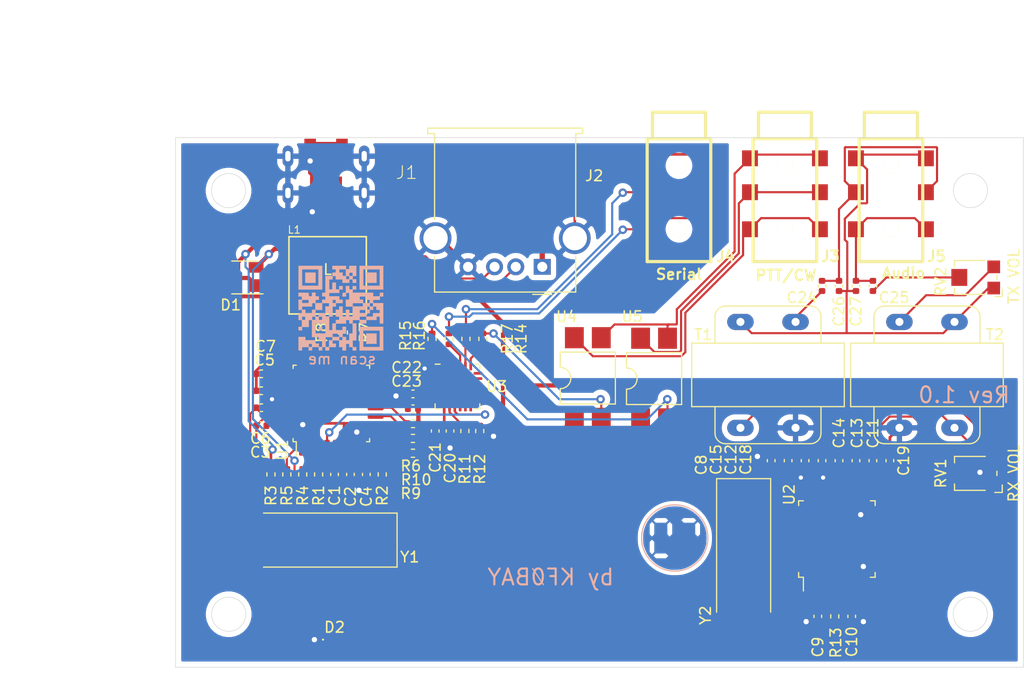
<source format=kicad_pcb>
(kicad_pcb (version 20171130) (host pcbnew "(5.1.8)-1")
  (layers (0 F.Cu signal) (31 B.Cu signal) (34 B.Paste user) (35 F.Paste user) (36 B.SilkS user) (37 F.SilkS user) (38 B.Mask user) (39 F.Mask user) (44 Edge.Cuts user))
  (net 0 "")
  (net 1 GND)
  (net 2 "Net-(R11-Pad2)")
  (net 3 +5V)
  (net 4 "Net-(R14-Pad2)")
  (net 5 +3V3)
  (net 6 "Net-(R16-Pad2)")
  (net 7 "Net-(R17-Pad2)")
  (net 8 "Net-(R15-Pad2)")
  (net 9 /~TX_LED)
  (net 10 /~RX_LED)
  (net 11 "Net-(U2-Pad15)")
  (net 12 "Net-(J3-PadT)")
  (net 13 "Net-(R15-Pad1)")
  (net 14 "Net-(J3-PadS)")
  (net 15 "Net-(J3-PadR)")
  (net 16 "Net-(C14-Pad1)")
  (net 17 "Net-(C18-Pad1)")
  (net 18 "Net-(C24-Pad2)")
  (net 19 "Net-(D2-Pad2)")
  (net 20 "Net-(J2-Pad3)")
  (net 21 "Net-(J2-Pad2)")
  (net 22 "Net-(R10-Pad2)")
  (net 23 "Net-(R7-Pad2)")
  (net 24 "Net-(R8-Pad2)")
  (net 25 "Net-(R9-Pad2)")
  (net 26 "Net-(R9-Pad1)")
  (net 27 "Net-(R10-Pad1)")
  (net 28 "Net-(J4-PadT)")
  (net 29 "Net-(J4-PadR)")
  (net 30 "Net-(U2-Pad32)")
  (net 31 "Net-(U2-Pad21)")
  (net 32 "Net-(U2-Pad17)")
  (net 33 "Net-(U2-Pad5)")
  (net 34 /COS)
  (net 35 /CTCSS)
  (net 36 "Net-(U3-Pad18)")
  (net 37 "Net-(U3-Pad17)")
  (net 38 "Net-(U3-Pad15)")
  (net 39 /PTT)
  (net 40 "Net-(U3-Pad12)")
  (net 41 "Net-(U3-Pad11)")
  (net 42 "Net-(U3-Pad1)")
  (net 43 /~RESET)
  (net 44 "Net-(C3-Pad1)")
  (net 45 "Net-(C6-Pad1)")
  (net 46 "Net-(C8-Pad1)")
  (net 47 "Net-(C9-Pad1)")
  (net 48 "Net-(C10-Pad1)")
  (net 49 "Net-(C11-Pad2)")
  (net 50 "Net-(C13-Pad2)")
  (net 51 "Net-(C13-Pad1)")
  (net 52 "Net-(C14-Pad2)")
  (net 53 "Net-(C25-Pad2)")
  (net 54 "Net-(R3-Pad1)")
  (net 55 "Net-(R4-Pad1)")
  (net 56 "Net-(R14-Pad1)")
  (net 57 "Net-(U1-Pad32)")
  (net 58 "Net-(U1-Pad24)")
  (net 59 "Net-(U1-Pad23)")
  (net 60 "Net-(U1-Pad21)")
  (net 61 "Net-(U1-Pad17)")
  (net 62 "Net-(U1-Pad16)")
  (net 63 "Net-(U1-Pad15)")
  (net 64 "Net-(U1-Pad13)")
  (net 65 "Net-(U1-Pad9)")
  (net 66 "Net-(U1-Pad5)")
  (net 67 "Net-(U2-Pad47)")
  (net 68 "Net-(U2-Pad46)")
  (net 69 "Net-(U2-Pad45)")
  (net 70 "Net-(U2-Pad44)")
  (net 71 "Net-(U2-Pad43)")
  (net 72 "Net-(U2-Pad40)")
  (net 73 "Net-(U2-Pad31)")
  (net 74 "Net-(U2-Pad25)")
  (net 75 "Net-(U2-Pad20)")
  (net 76 "Net-(U2-Pad19)")
  (net 77 "Net-(U2-Pad18)")
  (net 78 "Net-(U2-Pad12)")
  (net 79 "Net-(U2-Pad11)")
  (net 80 "Net-(U2-Pad6)")
  (net 81 "Net-(U2-Pad4)")
  (net 82 "Net-(U2-Pad3)")
  (net 83 "Net-(U2-Pad2)")
  (net 84 "Net-(U2-Pad1)")
  (net 85 "Net-(U3-Pad24)")
  (net 86 "Net-(U3-Pad22)")
  (net 87 "Net-(U3-Pad16)")
  (net 88 "Net-(U3-Pad10)")
  (net 89 "Net-(RV2-Pad3)")
  (net 90 "Net-(J1-Pad4)")
  (net 91 /RAW5V)
  (net 92 /AIN)
  (net 93 /AOUT)
  (net 94 /IGND)
  (net 95 /DP_RAW)
  (net 96 /DM_RAW)
  (module footprints:QR-code (layer F.Cu) (at 155.6 55.1)
    (fp_text reference Ref** hide)
    (fp_text value Val** hide)
  )
  (module footprints:digirig-logo-6mm (layer F.Cu) (at 187.1 76.8)
    (fp_text reference Ref** hide)
    (fp_text value Val** hide)
    (fp_poly (pts (xy 0.201786 -2.978045) (xy 0.47019 -2.956382) (xy 0.721251 -2.911151) (xy 0.965101 -2.840288) (xy 1.21187 -2.741731) (xy 1.322916 -2.689583) (xy 1.595655 -2.540767) (xy 1.838481 -2.373973) (xy 2.062615 -2.181244) (xy 2.122822 -2.122282) (xy 2.303094 -1.92864) (xy 2.45404 -1.737104) (xy 2.585582 -1.533909) (xy 2.698945 -1.322917) (xy 2.812024 -1.073308) (xy 2.896676 -0.833637) (xy 2.955073 -0.593511) (xy 2.989385 -0.342536) (xy 3.001784 -0.07032) (xy 2.999369 0.115259) (xy 2.992362 0.270493) (xy 2.981903 0.414684) (xy 2.968899 0.537675) (xy 2.954255 0.62931) (xy 2.953035 0.635) (xy 2.855632 0.981127) (xy 2.719872 1.309805) (xy 2.54672 1.619268) (xy 2.33714 1.90775) (xy 2.136509 2.129698) (xy 1.870166 2.367879) (xy 1.579879 2.571571) (xy 1.267898 2.739539) (xy 0.936474 2.870547) (xy 0.635 2.953294) (xy 0.536469 2.969253) (xy 0.406001 2.981935) (xy 0.253878 2.991136) (xy 0.090383 2.996656) (xy -0.0742 2.998291) (xy -0.229588 2.99584) (xy -0.365498 2.989101) (xy -0.471646 2.97787) (xy -0.486834 2.97535) (xy -0.834937 2.894738) (xy -1.158037 2.781123) (xy -1.459828 2.63262) (xy -1.744005 2.447347) (xy -2.014266 2.22342) (xy -2.075576 2.165545) (xy -2.282361 1.948363) (xy -2.455587 1.72662) (xy -2.483739 1.681411) (xy -2.010943 1.681411) (xy -1.889843 1.803789) (xy -1.768742 1.926166) (xy -0.834638 1.926166) (xy -0.719667 1.80975) (xy -0.604697 1.693333) (xy -0.719667 1.576916) (xy -0.834638 1.4605) (xy -1.787253 1.4605) (xy -1.899098 1.570955) (xy -2.010943 1.681411) (xy -2.483739 1.681411) (xy -2.603504 1.489086) (xy -2.678795 1.344083) (xy -2.778802 1.12309) (xy -2.855586 0.914968) (xy -2.915324 0.702131) (xy -2.935383 0.613833) (xy -2.953528 0.497652) (xy -2.96478 0.36897) (xy -2.370667 0.36897) (xy -2.370667 1.321585) (xy -2.260237 1.433404) (xy -2.149807 1.545224) (xy -1.926167 1.324362) (xy -1.926167 0.371747) (xy -2.036597 0.259928) (xy -2.147028 0.148109) (xy -2.258847 0.258539) (xy -2.370667 0.36897) (xy -2.96478 0.36897) (xy -2.966433 0.350069) (xy -2.974098 0.181691) (xy -2.976521 0.003122) (xy -2.9737 -0.175029) (xy -2.965634 -0.342158) (xy -2.95232 -0.487658) (xy -2.935571 -0.592667) (xy -2.849108 -0.909291) (xy -2.727238 -1.222165) (xy -2.6858 -1.303197) (xy -2.370667 -1.303197) (xy -2.370667 -0.350582) (xy -2.260237 -0.238762) (xy -2.149807 -0.126943) (xy -2.037987 -0.237374) (xy -1.926167 -0.347804) (xy -1.926167 -1.300419) (xy -0.6985 -1.300419) (xy -0.6985 -0.350582) (xy -0.588045 -0.238736) (xy -0.477589 -0.126891) (xy -0.355211 -0.247992) (xy -0.232834 -0.369092) (xy -0.232834 -1.281909) (xy 1.926166 -1.281909) (xy 1.926166 -0.371645) (xy 2.04721 -0.249324) (xy 2.168255 -0.127003) (xy 2.280044 -0.237404) (xy 2.391833 -0.347804) (xy 2.391833 -1.300419) (xy 2.281377 -1.412265) (xy 2.170921 -1.52411) (xy 2.048544 -1.403009) (xy 1.926166 -1.281909) (xy -0.232834 -1.281909) (xy -0.355211 -1.403009) (xy -0.477589 -1.52411) (xy -0.588045 -1.412265) (xy -0.6985 -1.300419) (xy -1.926167 -1.300419) (xy -2.036597 -1.412239) (xy -2.147028 -1.524058) (xy -2.258847 -1.413627) (xy -2.370667 -1.303197) (xy -2.6858 -1.303197) (xy -2.575043 -1.51978) (xy -2.482642 -1.662973) (xy -2.010891 -1.662973) (xy -1.900461 -1.551154) (xy -1.79003 -1.439334) (xy -0.837415 -1.439334) (xy -0.725596 -1.549764) (xy -0.613776 -1.660194) (xy -0.625528 -1.672094) (xy 0.625935 -1.672094) (xy 0.855803 -1.439334) (xy 1.808418 -1.439334) (xy 1.920238 -1.549764) (xy 2.032057 -1.660194) (xy 1.921626 -1.772014) (xy 1.811196 -1.883834) (xy 0.834491 -1.883834) (xy 0.625935 -1.672094) (xy -0.625528 -1.672094) (xy -0.834638 -1.883834) (xy -1.787253 -1.883834) (xy -1.899072 -1.773404) (xy -2.010891 -1.662973) (xy -2.482642 -1.662973) (xy -2.420257 -1.759648) (xy -2.25332 -1.965215) (xy -2.054022 -2.166714) (xy -1.832133 -2.35592) (xy -1.597422 -2.524612) (xy -1.359657 -2.664568) (xy -1.322917 -2.68328) (xy -1.084664 -2.790575) (xy -0.850585 -2.871143) (xy -0.609587 -2.927647) (xy -0.350576 -2.962748) (xy -0.094093 -2.978204) (xy 0.201786 -2.978045)) (layer B.Cu) (width 0.01))
  )
  (module footprints:USB_MICRO_A01SB141B1-298 (layer F.Cu) (at 154.2 38.6 180)
    (fp_text reference J1 (at -6.5 -4.4) (layer F.SilkS) (effects (font (size 1.2065 1.2065) (thickness 0.09652)) (justify left bottom)))
    (fp_text value USB_B_Micro)
    (pad 6 smd rect (at 1.5 -1 180) (size 1.1 1) (layers F.Cu F.Paste F.Mask) (net 1 GND))
    (pad 6 smd rect (at -1.5 -1 180) (size 1.1 1) (layers F.Cu F.Paste F.Mask) (net 1 GND))
    (pad 3 smd rect (at 0 -5.15 180) (size 0.4 2.15) (layers F.Cu F.Paste F.Mask) (net 95 /DP_RAW))
    (pad 4 smd rect (at 0.65 -5.15 180) (size 0.4 2.15) (layers F.Cu F.Paste F.Mask) (net 90 "Net-(J1-Pad4)"))
    (pad 5 smd rect (at 1.3 -5.15 180) (size 0.4 2.15) (layers F.Cu F.Paste F.Mask) (net 1 GND))
    (pad 2 smd rect (at -0.65 -5.15 180) (size 0.4 2.15) (layers F.Cu F.Paste F.Mask) (net 96 /DM_RAW))
    (pad 1 smd rect (at -1.3 -5.15 180) (size 0.4 2.15) (layers F.Cu F.Paste F.Mask) (net 91 /RAW5V))
    (pad 6 thru_hole oval (at 3.6 -2.15 270) (size 2 1) (drill oval 1 0.5) (layers *.Cu *.Mask F.Paste) (net 1 GND))
    (pad 6 thru_hole oval (at -3.6 -2.15 270) (size 2 1) (drill oval 1 0.5) (layers *.Cu *.Mask F.Paste) (net 1 GND))
    (pad 6 thru_hole oval (at 3.6 -5.62 270) (size 2 1) (drill oval 1 0.5) (layers *.Cu *.Mask F.Paste) (net 1 GND))
    (pad 6 thru_hole oval (at -3.6 -5.62 270) (size 2 1) (drill oval 1 0.5) (layers *.Cu *.Mask F.Paste) (net 1 GND))
    (pad "" np_thru_hole circle (at 2 -4.25 180) (size 0.55 0.55) (drill 0.55) (layers *.Cu *.Mask))
    (pad "" np_thru_hole circle (at -2 -4.3 180) (size 0.55 0.55) (drill 0.55) (layers *.Cu *.Mask))
  )
  (module Crystal:Crystal_SMD_HC49-SD (layer F.Cu) (at 193.6 77.9 270)
    (fp_text reference Y2 (at 6.2 3.6 90) (layer F.SilkS))
    (fp_text value 12MHz)
    (pad 2 smd rect (at 4.25 0 270) (size 4.5 2) (layers F.Cu F.Paste F.Mask) (net 48 "Net-(C10-Pad1)"))
    (pad 1 smd rect (at -4.25 0 270) (size 4.5 2) (layers F.Cu F.Paste F.Mask) (net 47 "Net-(C9-Pad1)"))
  )
  (module Crystal:Crystal_SMD_HC49-SD (layer F.Cu) (at 154.2 77 180)
    (fp_text reference Y1 (at -7.9 -1.6) (layer F.SilkS))
    (fp_text value 6MHz)
    (pad 2 smd rect (at 4.25 0 180) (size 4.5 2) (layers F.Cu F.Paste F.Mask) (net 45 "Net-(C6-Pad1)"))
    (pad 1 smd rect (at -4.25 0 180) (size 4.5 2) (layers F.Cu F.Paste F.Mask) (net 44 "Net-(C3-Pad1)"))
  )
  (module footprints:Audio_Transformer (layer F.Cu) (at 210.9 61.4 90)
    (fp_text reference T2 (at 3.8 6.4 180) (layer F.SilkS))
    (fp_text value "600/600 Audio")
    (pad 4 thru_hole oval (at 5 2.6 90) (size 1.524 2.5) (drill 0.762) (layers *.Cu *.Mask) (net 94 /IGND))
    (pad 3 thru_hole oval (at 5 -2.6 90) (size 1.524 2.5) (drill 0.762) (layers *.Cu *.Mask) (net 89 "Net-(RV2-Pad3)"))
    (pad 2 thru_hole oval (at -5 2.6 90) (size 1.524 2.5) (drill 0.762) (layers *.Cu *.Mask) (net 16 "Net-(C14-Pad1)"))
    (pad 1 thru_hole oval (at -5 -2.6 90) (size 1.524 2.5) (drill 0.762) (layers *.Cu *.Mask) (net 1 GND))
  )
  (module footprints:Audio_Transformer (layer F.Cu) (at 195.9 61.4 90)
    (fp_text reference T1 (at 3.8 -6.1 180) (layer F.SilkS))
    (fp_text value "600/600 Audio")
    (pad 4 thru_hole oval (at 5 2.6 90) (size 1.524 2.5) (drill 0.762) (layers *.Cu *.Mask) (net 18 "Net-(C24-Pad2)"))
    (pad 3 thru_hole oval (at 5 -2.6 90) (size 1.524 2.5) (drill 0.762) (layers *.Cu *.Mask) (net 94 /IGND))
    (pad 2 thru_hole oval (at -5 2.6 90) (size 1.524 2.5) (drill 0.762) (layers *.Cu *.Mask) (net 1 GND))
    (pad 1 thru_hole oval (at -5 -2.6 90) (size 1.524 2.5) (drill 0.762) (layers *.Cu *.Mask) (net 17 "Net-(C18-Pad1)"))
  )
  (module footprints:jack_3.5_pj313d-smt (layer F.Cu) (at 207.5 44.9 180)
    (fp_text reference J5 (at -4.3 -5.3) (layer F.SilkS) (effects (font (size 0.99822 0.99822) (thickness 0.19812))))
    (fp_text value Audio (at -1.2 -6.9) (layer F.SilkS) (effects (font (size 0.99822 0.99822) (thickness 0.19812))))
    (pad "" np_thru_hole circle (at 0 3.25 180) (size 1.5 1.5) (drill 1.5) (layers *.Cu *.Mask F.SilkS))
    (pad "" np_thru_hole circle (at 0 -2.75 180) (size 1.5 1.5) (drill 1.5) (layers *.Cu *.Mask F.SilkS))
    (pad S smd rect (at -3.3 3.95 180) (size 1.5 1.5) (layers F.Cu F.Paste F.Mask) (net 94 /IGND))
    (pad T smd rect (at -3.3 -2.75 180) (size 1.5 1.5) (layers F.Cu F.Paste F.Mask) (net 93 /AOUT))
    (pad R smd rect (at -3.3 0.75 180) (size 1.5 1.5) (layers F.Cu F.Paste F.Mask) (net 92 /AIN))
    (pad S smd rect (at 3.3 3.95 180) (size 1.5 1.5) (layers F.Cu F.Paste F.Mask) (net 94 /IGND))
    (pad R smd rect (at 3.3 0.75 180) (size 1.5 1.5) (layers F.Cu F.Paste F.Mask) (net 92 /AIN))
    (pad T smd rect (at 3.3 -2.75 180) (size 1.5 1.5) (layers F.Cu F.Paste F.Mask) (net 93 /AOUT))
  )
  (module footprints:jack_3.5_pj313d-smt (layer F.Cu) (at 197.5 44.9 180)
    (fp_text reference J3 (at -4.3 -5.3) (layer F.SilkS) (effects (font (size 0.99822 0.99822) (thickness 0.19812))))
    (fp_text value PTT/CW (at -0.1 -7.1) (layer F.SilkS) (effects (font (size 0.99822 0.99822) (thickness 0.19812))))
    (pad "" np_thru_hole circle (at 0 3.25 180) (size 1.5 1.5) (drill 1.5) (layers *.Cu *.Mask F.SilkS))
    (pad "" np_thru_hole circle (at 0 -2.75 180) (size 1.5 1.5) (drill 1.5) (layers *.Cu *.Mask F.SilkS))
    (pad S smd rect (at -3.3 3.95 180) (size 1.5 1.5) (layers F.Cu F.Paste F.Mask) (net 14 "Net-(J3-PadS)"))
    (pad T smd rect (at -3.3 -2.75 180) (size 1.5 1.5) (layers F.Cu F.Paste F.Mask) (net 12 "Net-(J3-PadT)"))
    (pad R smd rect (at -3.3 0.75 180) (size 1.5 1.5) (layers F.Cu F.Paste F.Mask) (net 15 "Net-(J3-PadR)"))
    (pad S smd rect (at 3.3 3.95 180) (size 1.5 1.5) (layers F.Cu F.Paste F.Mask) (net 14 "Net-(J3-PadS)"))
    (pad R smd rect (at 3.3 0.75 180) (size 1.5 1.5) (layers F.Cu F.Paste F.Mask) (net 15 "Net-(J3-PadR)"))
    (pad T smd rect (at 3.3 -2.75 180) (size 1.5 1.5) (layers F.Cu F.Paste F.Mask) (net 12 "Net-(J3-PadT)"))
  )
  (module footprints:jack_3.5_pj313d-smt (layer F.Cu) (at 187.5 44.9 180)
    (fp_text reference J4 (at -4.4 -5.3) (layer F.SilkS) (effects (font (size 0.99822 0.99822) (thickness 0.19812))))
    (fp_text value Serial (at 0 -7) (layer F.SilkS) (effects (font (size 0.99822 0.99822) (thickness 0.19812))))
    (pad "" np_thru_hole circle (at 0 3.25 180) (size 1.5 1.5) (drill 1.5) (layers *.Cu *.Mask F.SilkS))
    (pad "" np_thru_hole circle (at 0 -2.75 180) (size 1.5 1.5) (drill 1.5) (layers *.Cu *.Mask F.SilkS))
    (pad S smd rect (at -3.3 3.95 180) (size 1.5 1.5) (layers F.Cu F.Paste F.Mask) (net 1 GND))
    (pad T smd rect (at -3.3 -2.75 180) (size 1.5 1.5) (layers F.Cu F.Paste F.Mask) (net 28 "Net-(J4-PadT)"))
    (pad R smd rect (at -3.3 0.75 180) (size 1.5 1.5) (layers F.Cu F.Paste F.Mask) (net 29 "Net-(J4-PadR)"))
    (pad S smd rect (at 3.3 3.95 180) (size 1.5 1.5) (layers F.Cu F.Paste F.Mask) (net 1 GND))
    (pad R smd rect (at 3.3 0.75 180) (size 1.5 1.5) (layers F.Cu F.Paste F.Mask) (net 29 "Net-(J4-PadR)"))
    (pad T smd rect (at 3.3 -2.75 180) (size 1.5 1.5) (layers F.Cu F.Paste F.Mask) (net 28 "Net-(J4-PadT)"))
  )
  (module Capacitor_SMD:C_0402_1005Metric (layer F.Cu) (at 204.2 69.5 270)
    (fp_text reference C13 (at -2.6 -0.1 90) (layer F.SilkS))
    (fp_text value 10uF)
    (pad 2 smd roundrect (at 0.48 0 270) (size 0.56 0.62) (layers F.Cu F.Paste F.Mask) (net 50 "Net-(C13-Pad2)"))
    (pad 1 smd roundrect (at -0.48 0 270) (size 0.56 0.62) (layers F.Cu F.Paste F.Mask) (net 51 "Net-(C13-Pad1)"))
  )
  (module Capacitor_SMD:C_0402_1005Metric (layer F.Cu) (at 165.9 66.7 270)
    (fp_text reference C20 (at 3.5 0 90) (layer F.SilkS))
    (fp_text value 10uF)
    (pad 2 smd roundrect (at 0.48 0 270) (size 0.56 0.62) (layers F.Cu F.Paste F.Mask) (net 1 GND))
    (pad 1 smd roundrect (at -0.48 0 270) (size 0.56 0.62) (layers F.Cu F.Paste F.Mask) (net 3 +5V))
  )
  (module Package_DIP:SMDIP-4_W7.62mm (layer F.Cu) (at 185.15 61.75 90)
    (fp_text reference U5 (at 5.85 -2.05 180) (layer F.SilkS))
    (fp_text value PC817)
    (pad 4 smd rect (at 3.81 -1.27 90) (size 2 1.78) (layers F.Cu F.Paste F.Mask) (net 15 "Net-(J3-PadR)"))
    (pad 2 smd rect (at -3.81 1.27 90) (size 2 1.78) (layers F.Cu F.Paste F.Mask) (net 13 "Net-(R15-Pad1)"))
    (pad 3 smd rect (at 3.81 1.27 90) (size 2 1.78) (layers F.Cu F.Paste F.Mask) (net 14 "Net-(J3-PadS)"))
    (pad 1 smd rect (at -3.81 -1.27 90) (size 2 1.78) (layers F.Cu F.Paste F.Mask) (net 5 +3V3))
  )
  (module Package_DIP:SMDIP-4_W7.62mm (layer F.Cu) (at 178.9 61.7 90)
    (fp_text reference U4 (at 5.8 -2 180) (layer F.SilkS))
    (fp_text value PC817)
    (pad 4 smd rect (at 3.81 -1.27 90) (size 2 1.78) (layers F.Cu F.Paste F.Mask) (net 12 "Net-(J3-PadT)"))
    (pad 2 smd rect (at -3.81 1.27 90) (size 2 1.78) (layers F.Cu F.Paste F.Mask) (net 56 "Net-(R14-Pad1)"))
    (pad 3 smd rect (at 3.81 1.27 90) (size 2 1.78) (layers F.Cu F.Paste F.Mask) (net 14 "Net-(J3-PadS)"))
    (pad 1 smd rect (at -3.81 -1.27 90) (size 2 1.78) (layers F.Cu F.Paste F.Mask) (net 5 +3V3))
  )
  (module Potentiometer_SMD:Potentiometer_Bourns_TC33X_Vertical (layer F.Cu) (at 215.4 52.2 180)
    (fp_text reference RV2 (at 3.2 -0.4 90) (layer F.SilkS))
    (fp_text value 10K)
    (pad 2 smd rect (at 1.45 0 180) (size 1.5 1.6) (layers F.Cu F.Paste F.Mask) (net 53 "Net-(C25-Pad2)"))
    (pad 3 smd rect (at -1.8 1 180) (size 1.2 1.2) (layers F.Cu F.Paste F.Mask) (net 89 "Net-(RV2-Pad3)"))
    (pad 1 smd rect (at -1.8 -1 180) (size 1.2 1.2) (layers F.Cu F.Paste F.Mask) (net 94 /IGND))
  )
  (module Potentiometer_SMD:Potentiometer_Bourns_TC33X_Vertical (layer F.Cu) (at 215.4 70.7 180)
    (fp_text reference RV1 (at 3.2 0 90) (layer F.SilkS))
    (fp_text value 10K)
    (pad 2 smd rect (at 1.45 0 180) (size 1.5 1.6) (layers F.Cu F.Paste F.Mask) (net 51 "Net-(C13-Pad1)"))
    (pad 3 smd rect (at -1.8 1 180) (size 1.2 1.2) (layers F.Cu F.Paste F.Mask) (net 17 "Net-(C18-Pad1)"))
    (pad 1 smd rect (at -1.8 -1 180) (size 1.2 1.2) (layers F.Cu F.Paste F.Mask) (net 1 GND))
  )
  (module Capacitor_SMD:C_0402_1005Metric (layer F.Cu) (at 164.5 66.7 270)
    (fp_text reference C21 (at 2.5 0 90) (layer F.SilkS))
    (fp_text value 100nF)
    (pad 2 smd roundrect (at 0.48 0 270) (size 0.56 0.62) (layers F.Cu F.Paste F.Mask) (net 1 GND))
    (pad 1 smd roundrect (at -0.48 0 270) (size 0.56 0.62) (layers F.Cu F.Paste F.Mask) (net 3 +5V))
  )
  (module Capacitor_SMD:C_0402_1005Metric (layer F.Cu) (at 148.1 61.3)
    (fp_text reference C7 (at 0.4 -2.6) (layer F.SilkS))
    (fp_text value 100nF)
    (pad 2 smd roundrect (at 0.48 0) (size 0.56 0.62) (layers F.Cu F.Paste F.Mask) (net 1 GND))
    (pad 1 smd roundrect (at -0.48 0) (size 0.56 0.62) (layers F.Cu F.Paste F.Mask) (net 5 +3V3))
  )
  (module Capacitor_SMD:C_0402_1005Metric (layer F.Cu) (at 148.1 62.9)
    (fp_text reference C5 (at 0.3 -2.9) (layer F.SilkS))
    (fp_text value 10uF)
    (pad 2 smd roundrect (at 0.48 0) (size 0.56 0.62) (layers F.Cu F.Paste F.Mask) (net 1 GND))
    (pad 1 smd roundrect (at -0.48 0) (size 0.56 0.62) (layers F.Cu F.Paste F.Mask) (net 5 +3V3))
  )
  (module Capacitor_SMD:C_0402_1005Metric (layer F.Cu) (at 158 70.8 270)
    (fp_text reference C4 (at 2.1 0 90) (layer F.SilkS))
    (fp_text value 100nF)
    (pad 2 smd roundrect (at 0.48 0 270) (size 0.56 0.62) (layers F.Cu F.Paste F.Mask) (net 1 GND))
    (pad 1 smd roundrect (at -0.48 0 270) (size 0.56 0.62) (layers F.Cu F.Paste F.Mask) (net 5 +3V3))
  )
  (module Capacitor_SMD:C_0402_1005Metric (layer F.Cu) (at 156.5 70.8 270)
    (fp_text reference C2 (at 2.1 0 90) (layer F.SilkS))
    (fp_text value 10uF)
    (pad 2 smd roundrect (at 0.48 0 270) (size 0.56 0.62) (layers F.Cu F.Paste F.Mask) (net 1 GND))
    (pad 1 smd roundrect (at -0.48 0 270) (size 0.56 0.62) (layers F.Cu F.Paste F.Mask) (net 5 +3V3))
  )
  (module Package_QFP:LQFP-48_7x7mm_P0.5mm (layer F.Cu) (at 202.4 76.9 90)
    (fp_text reference U2 (at 4.2 -4.5 90) (layer F.SilkS))
    (fp_text value CM108)
    (pad 48 smd roundrect (at -2.75 -4.1625 90) (size 0.3 1.475) (layers F.Cu F.Paste F.Mask) (net 34 /COS))
    (pad 47 smd roundrect (at -2.25 -4.1625 90) (size 0.3 1.475) (layers F.Cu F.Paste F.Mask) (net 67 "Net-(U2-Pad47)"))
    (pad 46 smd roundrect (at -1.75 -4.1625 90) (size 0.3 1.475) (layers F.Cu F.Paste F.Mask) (net 68 "Net-(U2-Pad46)"))
    (pad 45 smd roundrect (at -1.25 -4.1625 90) (size 0.3 1.475) (layers F.Cu F.Paste F.Mask) (net 69 "Net-(U2-Pad45)"))
    (pad 44 smd roundrect (at -0.75 -4.1625 90) (size 0.3 1.475) (layers F.Cu F.Paste F.Mask) (net 70 "Net-(U2-Pad44)"))
    (pad 43 smd roundrect (at -0.25 -4.1625 90) (size 0.3 1.475) (layers F.Cu F.Paste F.Mask) (net 71 "Net-(U2-Pad43)"))
    (pad 42 smd roundrect (at 0.25 -4.1625 90) (size 0.3 1.475) (layers F.Cu F.Paste F.Mask) (net 26 "Net-(R9-Pad1)"))
    (pad 41 smd roundrect (at 0.75 -4.1625 90) (size 0.3 1.475) (layers F.Cu F.Paste F.Mask) (net 27 "Net-(R10-Pad1)"))
    (pad 40 smd roundrect (at 1.25 -4.1625 90) (size 0.3 1.475) (layers F.Cu F.Paste F.Mask) (net 72 "Net-(U2-Pad40)"))
    (pad 39 smd roundrect (at 1.75 -4.1625 90) (size 0.3 1.475) (layers F.Cu F.Paste F.Mask) (net 35 /CTCSS))
    (pad 38 smd roundrect (at 2.25 -4.1625 90) (size 0.3 1.475) (layers F.Cu F.Paste F.Mask) (net 46 "Net-(C8-Pad1)"))
    (pad 37 smd roundrect (at 2.75 -4.1625 90) (size 0.3 1.475) (layers F.Cu F.Paste F.Mask) (net 46 "Net-(C8-Pad1)"))
    (pad 36 smd roundrect (at 4.1625 -2.75 90) (size 1.475 0.3) (layers F.Cu F.Paste F.Mask) (net 1 GND))
    (pad 35 smd roundrect (at 4.1625 -2.25 90) (size 1.475 0.3) (layers F.Cu F.Paste F.Mask) (net 3 +5V))
    (pad 34 smd roundrect (at 4.1625 -1.75 90) (size 1.475 0.3) (layers F.Cu F.Paste F.Mask) (net 3 +5V))
    (pad 33 smd roundrect (at 4.1625 -1.25 90) (size 1.475 0.3) (layers F.Cu F.Paste F.Mask) (net 1 GND))
    (pad 32 smd roundrect (at 4.1625 -0.75 90) (size 1.475 0.3) (layers F.Cu F.Paste F.Mask) (net 30 "Net-(U2-Pad32)"))
    (pad 31 smd roundrect (at 4.1625 -0.25 90) (size 1.475 0.3) (layers F.Cu F.Paste F.Mask) (net 73 "Net-(U2-Pad31)"))
    (pad 30 smd roundrect (at 4.1625 0.25 90) (size 1.475 0.3) (layers F.Cu F.Paste F.Mask) (net 52 "Net-(C14-Pad2)"))
    (pad 29 smd roundrect (at 4.1625 0.75 90) (size 1.475 0.3) (layers F.Cu F.Paste F.Mask) (net 3 +5V))
    (pad 28 smd roundrect (at 4.1625 1.25 90) (size 1.475 0.3) (layers F.Cu F.Paste F.Mask) (net 1 GND))
    (pad 27 smd roundrect (at 4.1625 1.75 90) (size 1.475 0.3) (layers F.Cu F.Paste F.Mask) (net 50 "Net-(C13-Pad2)"))
    (pad 26 smd roundrect (at 4.1625 2.25 90) (size 1.475 0.3) (layers F.Cu F.Paste F.Mask) (net 49 "Net-(C11-Pad2)"))
    (pad 25 smd roundrect (at 4.1625 2.75 90) (size 1.475 0.3) (layers F.Cu F.Paste F.Mask) (net 74 "Net-(U2-Pad25)"))
    (pad 24 smd roundrect (at 2.75 4.1625 90) (size 0.3 1.475) (layers F.Cu F.Paste F.Mask) (net 1 GND))
    (pad 23 smd roundrect (at 2.25 4.1625 90) (size 0.3 1.475) (layers F.Cu F.Paste F.Mask) (net 1 GND))
    (pad 22 smd roundrect (at 1.75 4.1625 90) (size 0.3 1.475) (layers F.Cu F.Paste F.Mask) (net 1 GND))
    (pad 21 smd roundrect (at 1.25 4.1625 90) (size 0.3 1.475) (layers F.Cu F.Paste F.Mask) (net 31 "Net-(U2-Pad21)"))
    (pad 20 smd roundrect (at 0.75 4.1625 90) (size 0.3 1.475) (layers F.Cu F.Paste F.Mask) (net 75 "Net-(U2-Pad20)"))
    (pad 19 smd roundrect (at 0.25 4.1625 90) (size 0.3 1.475) (layers F.Cu F.Paste F.Mask) (net 76 "Net-(U2-Pad19)"))
    (pad 18 smd roundrect (at -0.25 4.1625 90) (size 0.3 1.475) (layers F.Cu F.Paste F.Mask) (net 77 "Net-(U2-Pad18)"))
    (pad 17 smd roundrect (at -0.75 4.1625 90) (size 0.3 1.475) (layers F.Cu F.Paste F.Mask) (net 32 "Net-(U2-Pad17)"))
    (pad 16 smd roundrect (at -1.25 4.1625 90) (size 0.3 1.475) (layers F.Cu F.Paste F.Mask) (net 1 GND))
    (pad 15 smd roundrect (at -1.75 4.1625 90) (size 0.3 1.475) (layers F.Cu F.Paste F.Mask) (net 11 "Net-(U2-Pad15)"))
    (pad 14 smd roundrect (at -2.25 4.1625 90) (size 0.3 1.475) (layers F.Cu F.Paste F.Mask) (net 1 GND))
    (pad 13 smd roundrect (at -2.75 4.1625 90) (size 0.3 1.475) (layers F.Cu F.Paste F.Mask) (net 39 /PTT))
    (pad 12 smd roundrect (at -4.1625 2.75 90) (size 1.475 0.3) (layers F.Cu F.Paste F.Mask) (net 78 "Net-(U2-Pad12)"))
    (pad 11 smd roundrect (at -4.1625 2.25 90) (size 1.475 0.3) (layers F.Cu F.Paste F.Mask) (net 79 "Net-(U2-Pad11)"))
    (pad 10 smd roundrect (at -4.1625 1.75 90) (size 1.475 0.3) (layers F.Cu F.Paste F.Mask) (net 1 GND))
    (pad 9 smd roundrect (at -4.1625 1.25 90) (size 1.475 0.3) (layers F.Cu F.Paste F.Mask) (net 48 "Net-(C10-Pad1)"))
    (pad 8 smd roundrect (at -4.1625 0.75 90) (size 1.475 0.3) (layers F.Cu F.Paste F.Mask) (net 47 "Net-(C9-Pad1)"))
    (pad 7 smd roundrect (at -4.1625 0.25 90) (size 1.475 0.3) (layers F.Cu F.Paste F.Mask) (net 46 "Net-(C8-Pad1)"))
    (pad 6 smd roundrect (at -4.1625 -0.25 90) (size 1.475 0.3) (layers F.Cu F.Paste F.Mask) (net 80 "Net-(U2-Pad6)"))
    (pad 5 smd roundrect (at -4.1625 -0.75 90) (size 1.475 0.3) (layers F.Cu F.Paste F.Mask) (net 33 "Net-(U2-Pad5)"))
    (pad 4 smd roundrect (at -4.1625 -1.25 90) (size 1.475 0.3) (layers F.Cu F.Paste F.Mask) (net 81 "Net-(U2-Pad4)"))
    (pad 3 smd roundrect (at -4.1625 -1.75 90) (size 1.475 0.3) (layers F.Cu F.Paste F.Mask) (net 82 "Net-(U2-Pad3)"))
    (pad 2 smd roundrect (at -4.1625 -2.25 90) (size 1.475 0.3) (layers F.Cu F.Paste F.Mask) (net 83 "Net-(U2-Pad2)"))
    (pad 1 smd roundrect (at -4.1625 -2.75 90) (size 1.475 0.3) (layers F.Cu F.Paste F.Mask) (net 84 "Net-(U2-Pad1)"))
  )
  (module Package_QFP:LQFP-32_7x7mm_P0.8mm (layer F.Cu) (at 154.7 64.1 90)
    (fp_text reference U1 (at -4.4 -4.6 90) (layer F.SilkS))
    (fp_text value TUSB2046)
    (pad 32 smd roundrect (at -2.8 -4.175 90) (size 0.5 1.5) (layers F.Cu F.Paste F.Mask) (net 57 "Net-(U1-Pad32)"))
    (pad 31 smd roundrect (at -2 -4.175 90) (size 0.5 1.5) (layers F.Cu F.Paste F.Mask) (net 1 GND))
    (pad 30 smd roundrect (at -1.2 -4.175 90) (size 0.5 1.5) (layers F.Cu F.Paste F.Mask) (net 44 "Net-(C3-Pad1)"))
    (pad 29 smd roundrect (at -0.4 -4.175 90) (size 0.5 1.5) (layers F.Cu F.Paste F.Mask) (net 45 "Net-(C6-Pad1)"))
    (pad 28 smd roundrect (at 0.4 -4.175 90) (size 0.5 1.5) (layers F.Cu F.Paste F.Mask) (net 1 GND))
    (pad 27 smd roundrect (at 1.2 -4.175 90) (size 0.5 1.5) (layers F.Cu F.Paste F.Mask) (net 1 GND))
    (pad 26 smd roundrect (at 2 -4.175 90) (size 0.5 1.5) (layers F.Cu F.Paste F.Mask) (net 5 +3V3))
    (pad 25 smd roundrect (at 2.8 -4.175 90) (size 0.5 1.5) (layers F.Cu F.Paste F.Mask) (net 5 +3V3))
    (pad 24 smd roundrect (at 4.175 -2.8 90) (size 1.5 0.5) (layers F.Cu F.Paste F.Mask) (net 58 "Net-(U1-Pad24)"))
    (pad 23 smd roundrect (at 4.175 -2 90) (size 1.5 0.5) (layers F.Cu F.Paste F.Mask) (net 59 "Net-(U1-Pad23)"))
    (pad 22 smd roundrect (at 4.175 -1.2 90) (size 1.5 0.5) (layers F.Cu F.Paste F.Mask) (net 5 +3V3))
    (pad 21 smd roundrect (at 4.175 -0.4 90) (size 1.5 0.5) (layers F.Cu F.Paste F.Mask) (net 60 "Net-(U1-Pad21)"))
    (pad 20 smd roundrect (at 4.175 0.4 90) (size 1.5 0.5) (layers F.Cu F.Paste F.Mask) (net 24 "Net-(R8-Pad2)"))
    (pad 19 smd roundrect (at 4.175 1.2 90) (size 1.5 0.5) (layers F.Cu F.Paste F.Mask) (net 23 "Net-(R7-Pad2)"))
    (pad 18 smd roundrect (at 4.175 2 90) (size 1.5 0.5) (layers F.Cu F.Paste F.Mask) (net 5 +3V3))
    (pad 17 smd roundrect (at 4.175 2.8 90) (size 1.5 0.5) (layers F.Cu F.Paste F.Mask) (net 61 "Net-(U1-Pad17)"))
    (pad 16 smd roundrect (at 2.8 4.175 90) (size 0.5 1.5) (layers F.Cu F.Paste F.Mask) (net 62 "Net-(U1-Pad16)"))
    (pad 15 smd roundrect (at 2 4.175 90) (size 0.5 1.5) (layers F.Cu F.Paste F.Mask) (net 63 "Net-(U1-Pad15)"))
    (pad 14 smd roundrect (at 1.2 4.175 90) (size 0.5 1.5) (layers F.Cu F.Paste F.Mask) (net 5 +3V3))
    (pad 13 smd roundrect (at 0.4 4.175 90) (size 0.5 1.5) (layers F.Cu F.Paste F.Mask) (net 64 "Net-(U1-Pad13)"))
    (pad 12 smd roundrect (at -0.4 4.175 90) (size 0.5 1.5) (layers F.Cu F.Paste F.Mask) (net 22 "Net-(R10-Pad2)"))
    (pad 11 smd roundrect (at -1.2 4.175 90) (size 0.5 1.5) (layers F.Cu F.Paste F.Mask) (net 25 "Net-(R9-Pad2)"))
    (pad 10 smd roundrect (at -2 4.175 90) (size 0.5 1.5) (layers F.Cu F.Paste F.Mask) (net 5 +3V3))
    (pad 9 smd roundrect (at -2.8 4.175 90) (size 0.5 1.5) (layers F.Cu F.Paste F.Mask) (net 65 "Net-(U1-Pad9)"))
    (pad 8 smd roundrect (at -4.175 2.8 90) (size 1.5 0.5) (layers F.Cu F.Paste F.Mask) (net 1 GND))
    (pad 7 smd roundrect (at -4.175 2 90) (size 1.5 0.5) (layers F.Cu F.Paste F.Mask) (net 1 GND))
    (pad 6 smd roundrect (at -4.175 1.2 90) (size 1.5 0.5) (layers F.Cu F.Paste F.Mask) (net 5 +3V3))
    (pad 5 smd roundrect (at -4.175 0.4 90) (size 1.5 0.5) (layers F.Cu F.Paste F.Mask) (net 66 "Net-(U1-Pad5)"))
    (pad 4 smd roundrect (at -4.175 -0.4 90) (size 1.5 0.5) (layers F.Cu F.Paste F.Mask) (net 43 /~RESET))
    (pad 3 smd roundrect (at -4.175 -1.2 90) (size 1.5 0.5) (layers F.Cu F.Paste F.Mask) (net 5 +3V3))
    (pad 2 smd roundrect (at -4.175 -2 90) (size 1.5 0.5) (layers F.Cu F.Paste F.Mask) (net 55 "Net-(R4-Pad1)"))
    (pad 1 smd roundrect (at -4.175 -2.8 90) (size 1.5 0.5) (layers F.Cu F.Paste F.Mask) (net 54 "Net-(R3-Pad1)"))
  )
  (module Resistor_SMD:R_0402_1005Metric (layer F.Cu) (at 167.4 58 270)
    (fp_text reference R17 (at 0 -3.9 90) (layer F.SilkS))
    (fp_text value 33)
    (pad 2 smd roundrect (at 0.51 0 270) (size 0.54 0.64) (layers F.Cu F.Paste F.Mask) (net 7 "Net-(R17-Pad2)"))
    (pad 1 smd roundrect (at -0.51 0 270) (size 0.54 0.64) (layers F.Cu F.Paste F.Mask) (net 29 "Net-(J4-PadR)"))
  )
  (module Resistor_SMD:R_0402_1005Metric (layer F.Cu) (at 165.8 58 270)
    (fp_text reference R16 (at -0.3 2.8 90) (layer F.SilkS))
    (fp_text value 33)
    (pad 2 smd roundrect (at 0.51 0 270) (size 0.54 0.64) (layers F.Cu F.Paste F.Mask) (net 6 "Net-(R16-Pad2)"))
    (pad 1 smd roundrect (at -0.51 0 270) (size 0.54 0.64) (layers F.Cu F.Paste F.Mask) (net 28 "Net-(J4-PadT)"))
  )
  (module Resistor_SMD:R_0402_1005Metric (layer F.Cu) (at 164.2 58 270)
    (fp_text reference R15 (at -0.3 2.5 90) (layer F.SilkS))
    (fp_text value 470)
    (pad 2 smd roundrect (at 0.51 0 270) (size 0.54 0.64) (layers F.Cu F.Paste F.Mask) (net 8 "Net-(R15-Pad2)"))
    (pad 1 smd roundrect (at -0.51 0 270) (size 0.54 0.64) (layers F.Cu F.Paste F.Mask) (net 13 "Net-(R15-Pad1)"))
  )
  (module Resistor_SMD:R_0402_1005Metric (layer F.Cu) (at 169 58 270)
    (fp_text reference R14 (at 0 -3.6 90) (layer F.SilkS))
    (fp_text value 470)
    (pad 2 smd roundrect (at 0.51 0 270) (size 0.54 0.64) (layers F.Cu F.Paste F.Mask) (net 4 "Net-(R14-Pad2)"))
    (pad 1 smd roundrect (at -0.51 0 270) (size 0.54 0.64) (layers F.Cu F.Paste F.Mask) (net 56 "Net-(R14-Pad1)"))
  )
  (module Resistor_SMD:R_0402_1005Metric (layer F.Cu) (at 202.2 84.2 270)
    (fp_text reference R13 (at 2.5 -0.1 90) (layer F.SilkS))
    (fp_text value 1M)
    (pad 2 smd roundrect (at 0.51 0 270) (size 0.54 0.64) (layers F.Cu F.Paste F.Mask) (net 47 "Net-(C9-Pad1)"))
    (pad 1 smd roundrect (at -0.51 0 270) (size 0.54 0.64) (layers F.Cu F.Paste F.Mask) (net 48 "Net-(C10-Pad1)"))
  )
  (module Resistor_SMD:R_0402_1005Metric (layer F.Cu) (at 162.4 67.4 180)
    (fp_text reference R10 (at -0.3 -3.9) (layer F.SilkS))
    (fp_text value 33)
    (pad 2 smd roundrect (at 0.51 0 180) (size 0.54 0.64) (layers F.Cu F.Paste F.Mask) (net 22 "Net-(R10-Pad2)"))
    (pad 1 smd roundrect (at -0.51 0 180) (size 0.54 0.64) (layers F.Cu F.Paste F.Mask) (net 27 "Net-(R10-Pad1)"))
  )
  (module Resistor_SMD:R_0402_1005Metric (layer F.Cu) (at 162.4 68.8 180)
    (fp_text reference R9 (at 0.2 -3.8) (layer F.SilkS))
    (fp_text value 33)
    (pad 2 smd roundrect (at 0.51 0 180) (size 0.54 0.64) (layers F.Cu F.Paste F.Mask) (net 25 "Net-(R9-Pad2)"))
    (pad 1 smd roundrect (at -0.51 0 180) (size 0.54 0.64) (layers F.Cu F.Paste F.Mask) (net 26 "Net-(R9-Pad1)"))
  )
  (module Resistor_SMD:R_0402_1005Metric (layer F.Cu) (at 155 57.4 270)
    (fp_text reference R8 (at 0 1.2 90) (layer F.SilkS))
    (fp_text value 33)
    (pad 2 smd roundrect (at 0.51 0 270) (size 0.54 0.64) (layers F.Cu F.Paste F.Mask) (net 24 "Net-(R8-Pad2)"))
    (pad 1 smd roundrect (at -0.51 0 270) (size 0.54 0.64) (layers F.Cu F.Paste F.Mask) (net 20 "Net-(J2-Pad3)"))
  )
  (module Resistor_SMD:R_0402_1005Metric (layer F.Cu) (at 156.6 57.4 270)
    (fp_text reference R7 (at 0 -1.3 90) (layer F.SilkS))
    (fp_text value 33)
    (pad 2 smd roundrect (at 0.51 0 270) (size 0.54 0.64) (layers F.Cu F.Paste F.Mask) (net 23 "Net-(R7-Pad2)"))
    (pad 1 smd roundrect (at -0.51 0 270) (size 0.54 0.64) (layers F.Cu F.Paste F.Mask) (net 21 "Net-(J2-Pad2)"))
  )
  (module Resistor_SMD:R_0402_1005Metric (layer F.Cu) (at 162.4 66)
    (fp_text reference R6 (at -0.2 4) (layer F.SilkS))
    (fp_text value 1.5K)
    (pad 2 smd roundrect (at 0.51 0) (size 0.54 0.64) (layers F.Cu F.Paste F.Mask) (net 5 +3V3))
    (pad 1 smd roundrect (at -0.51 0) (size 0.54 0.64) (layers F.Cu F.Paste F.Mask) (net 22 "Net-(R10-Pad2)"))
  )
  (module Resistor_SMD:R_0402_1005Metric (layer F.Cu) (at 159.5 70.8 90)
    (fp_text reference R2 (at -2 0 90) (layer F.SilkS))
    (fp_text value 1K)
    (pad 2 smd roundrect (at 0.51 0 90) (size 0.54 0.64) (layers F.Cu F.Paste F.Mask) (net 5 +3V3))
    (pad 1 smd roundrect (at -0.51 0 90) (size 0.54 0.64) (layers F.Cu F.Paste F.Mask) (net 19 "Net-(D2-Pad2)"))
  )
  (module Resistor_SMD:R_0402_1005Metric (layer F.Cu) (at 153.5 70.8 90)
    (fp_text reference R1 (at -2 0 90) (layer F.SilkS))
    (fp_text value 10K)
    (pad 2 smd roundrect (at 0.51 0 90) (size 0.54 0.64) (layers F.Cu F.Paste F.Mask) (net 5 +3V3))
    (pad 1 smd roundrect (at -0.51 0 90) (size 0.54 0.64) (layers F.Cu F.Paste F.Mask) (net 43 /~RESET))
  )
  (module Resistor_SMD:R_0402_1005Metric (layer F.Cu) (at 150.5 70.8 270)
    (fp_text reference R5 (at 2 0 90) (layer F.SilkS))
    (fp_text value 1.5K)
    (pad 2 smd roundrect (at 0.51 0 270) (size 0.54 0.64) (layers F.Cu F.Paste F.Mask) (net 5 +3V3))
    (pad 1 smd roundrect (at -0.51 0 270) (size 0.54 0.64) (layers F.Cu F.Paste F.Mask) (net 54 "Net-(R3-Pad1)"))
  )
  (module Resistor_SMD:R_0402_1005Metric (layer F.Cu) (at 152 70.8 270)
    (fp_text reference R4 (at 2 0 90) (layer F.SilkS))
    (fp_text value 33)
    (pad 2 smd roundrect (at 0.51 0 270) (size 0.54 0.64) (layers F.Cu F.Paste F.Mask) (net 96 /DM_RAW))
    (pad 1 smd roundrect (at -0.51 0 270) (size 0.54 0.64) (layers F.Cu F.Paste F.Mask) (net 55 "Net-(R4-Pad1)"))
  )
  (module Resistor_SMD:R_0402_1005Metric (layer F.Cu) (at 149 70.8 90)
    (fp_text reference R3 (at -2 0 90) (layer F.SilkS))
    (fp_text value 33)
    (pad 2 smd roundrect (at 0.51 0 90) (size 0.54 0.64) (layers F.Cu F.Paste F.Mask) (net 95 /DP_RAW))
    (pad 1 smd roundrect (at -0.51 0 90) (size 0.54 0.64) (layers F.Cu F.Paste F.Mask) (net 54 "Net-(R3-Pad1)"))
  )
  (module footprints:CD74R (layer F.Cu) (at 156.7 52 180)
    (fp_text reference L1 (at 5.5 4.3) (layer F.SilkS) (effects (font (size 0.7 0.7) (thickness 0.1))))
    (fp_text value 2.2mH)
    (fp_text user L (at 2.35 0.55) (layer F.SilkS))
    (pad 2 smd rect (at 5.9 0 180) (size 2.2 2.2) (layers F.Cu F.Paste F.Mask) (net 91 /RAW5V))
    (pad 1 smd rect (at -1.1 0 180) (size 2.2 2.2) (layers F.Cu F.Paste F.Mask) (net 3 +5V))
  )
  (module Connector_USB:USB_A_Molex_67643_Horizontal (layer F.Cu) (at 174.6 51.2 180)
    (fp_text reference J2 (at -4.9 8.6) (layer F.SilkS))
    (fp_text value USB_A)
    (pad 4 thru_hole circle (at 7 0 180) (size 1.6 1.6) (drill 0.95) (layers *.Cu *.Mask) (net 1 GND))
    (pad 3 thru_hole circle (at 4.5 0 180) (size 1.6 1.6) (drill 0.95) (layers *.Cu *.Mask) (net 20 "Net-(J2-Pad3)"))
    (pad 2 thru_hole circle (at 2.5 0 180) (size 1.6 1.6) (drill 0.95) (layers *.Cu *.Mask) (net 21 "Net-(J2-Pad2)"))
    (pad 1 thru_hole rect (at 0 0 180) (size 1.6 1.5) (drill 0.95) (layers *.Cu *.Mask) (net 91 /RAW5V))
    (pad 5 thru_hole circle (at 10.07 2.71 180) (size 3 3) (drill 2.3) (layers *.Cu *.Mask) (net 1 GND))
    (pad 5 thru_hole circle (at -3.07 2.71 180) (size 3 3) (drill 2.3) (layers *.Cu *.Mask) (net 1 GND))
  )
  (module LED_SMD:LED_0402_1005Metric (layer F.Cu) (at 155 86.4)
    (fp_text reference D2 (at 0 -1.17) (layer F.SilkS))
    (fp_text value "PWR (RED)")
    (pad 2 smd roundrect (at 0.485 0) (size 0.59 0.64) (layers F.Cu F.Paste F.Mask) (net 19 "Net-(D2-Pad2)"))
    (pad 1 smd roundrect (at -0.485 0) (size 0.59 0.64) (layers F.Cu F.Paste F.Mask) (net 1 GND))
  )
  (module Capacitor_SMD:C_0402_1005Metric (layer F.Cu) (at 204.2 53 90)
    (fp_text reference C27 (at -2.4 0 270) (layer F.SilkS))
    (fp_text value 100pF)
    (pad 2 smd roundrect (at 0.48 0 90) (size 0.56 0.62) (layers F.Cu F.Paste F.Mask) (net 93 /AOUT))
    (pad 1 smd roundrect (at -0.48 0 90) (size 0.56 0.62) (layers F.Cu F.Paste F.Mask) (net 94 /IGND))
  )
  (module Capacitor_SMD:C_0402_1005Metric (layer F.Cu) (at 202.6 53 270)
    (fp_text reference C26 (at 2.4 0 270) (layer F.SilkS))
    (fp_text value 100pF)
    (pad 2 smd roundrect (at 0.48 0 270) (size 0.56 0.62) (layers F.Cu F.Paste F.Mask) (net 94 /IGND))
    (pad 1 smd roundrect (at -0.48 0 270) (size 0.56 0.62) (layers F.Cu F.Paste F.Mask) (net 92 /AIN))
  )
  (module Capacitor_SMD:C_0402_1005Metric (layer F.Cu) (at 205.8 53 270)
    (fp_text reference C25 (at 1.1 -2 180) (layer F.SilkS))
    (fp_text value 10uF)
    (pad 2 smd roundrect (at 0.48 0 270) (size 0.56 0.62) (layers F.Cu F.Paste F.Mask) (net 53 "Net-(C25-Pad2)"))
    (pad 1 smd roundrect (at -0.48 0 270) (size 0.56 0.62) (layers F.Cu F.Paste F.Mask) (net 93 /AOUT))
  )
  (module Capacitor_SMD:C_0402_1005Metric (layer F.Cu) (at 201 53 270)
    (fp_text reference C24 (at 1.1 1.9 180) (layer F.SilkS))
    (fp_text value 10uF)
    (pad 2 smd roundrect (at 0.48 0 270) (size 0.56 0.62) (layers F.Cu F.Paste F.Mask) (net 18 "Net-(C24-Pad2)"))
    (pad 1 smd roundrect (at -0.48 0 270) (size 0.56 0.62) (layers F.Cu F.Paste F.Mask) (net 92 /AIN))
  )
  (module Capacitor_SMD:C_0402_1005Metric (layer F.Cu) (at 207.4 69.5 270)
    (fp_text reference C19 (at 0 -1.3 90) (layer F.SilkS))
    (fp_text value 100pF)
    (pad 2 smd roundrect (at 0.48 0 270) (size 0.56 0.62) (layers F.Cu F.Paste F.Mask) (net 16 "Net-(C14-Pad1)"))
    (pad 1 smd roundrect (at -0.48 0 270) (size 0.56 0.62) (layers F.Cu F.Paste F.Mask) (net 1 GND))
  )
  (module Capacitor_SMD:C_0402_1005Metric (layer F.Cu) (at 201 69.5 90)
    (fp_text reference C18 (at 0.1 -7.2 90) (layer F.SilkS))
    (fp_text value 100pF)
    (pad 2 smd roundrect (at 0.48 0 90) (size 0.56 0.62) (layers F.Cu F.Paste F.Mask) (net 1 GND))
    (pad 1 smd roundrect (at -0.48 0 90) (size 0.56 0.62) (layers F.Cu F.Paste F.Mask) (net 17 "Net-(C18-Pad1)"))
  )
  (module Capacitor_SMD:C_0402_1005Metric (layer F.Cu) (at 202.6 69.5 270)
    (fp_text reference C14 (at -2.6 0 90) (layer F.SilkS))
    (fp_text value 22uF)
    (pad 2 smd roundrect (at 0.48 0 270) (size 0.56 0.62) (layers F.Cu F.Paste F.Mask) (net 52 "Net-(C14-Pad2)"))
    (pad 1 smd roundrect (at -0.48 0 270) (size 0.56 0.62) (layers F.Cu F.Paste F.Mask) (net 16 "Net-(C14-Pad1)"))
  )
  (module Capacitor_SMD:C_0402_1005Metric (layer F.Cu) (at 205.8 69.5 270)
    (fp_text reference C11 (at -2.6 0 90) (layer F.SilkS))
    (fp_text value 10uF)
    (pad 2 smd roundrect (at 0.48 0 270) (size 0.56 0.62) (layers F.Cu F.Paste F.Mask) (net 49 "Net-(C11-Pad2)"))
    (pad 1 smd roundrect (at -0.48 0 270) (size 0.56 0.62) (layers F.Cu F.Paste F.Mask) (net 1 GND))
  )
  (module Capacitor_SMD:C_0402_1005Metric (layer F.Cu) (at 203.8 84.2 270)
    (fp_text reference C10 (at 2.4 0 90) (layer F.SilkS))
    (fp_text value 27pF)
    (pad 2 smd roundrect (at 0.48 0 270) (size 0.56 0.62) (layers F.Cu F.Paste F.Mask) (net 1 GND))
    (pad 1 smd roundrect (at -0.48 0 270) (size 0.56 0.62) (layers F.Cu F.Paste F.Mask) (net 48 "Net-(C10-Pad1)"))
  )
  (module Capacitor_SMD:C_0402_1005Metric (layer F.Cu) (at 200.6 84.2 270)
    (fp_text reference C9 (at 2.9 0 90) (layer F.SilkS))
    (fp_text value 27pF)
    (pad 2 smd roundrect (at 0.48 0 270) (size 0.56 0.62) (layers F.Cu F.Paste F.Mask) (net 1 GND))
    (pad 1 smd roundrect (at -0.48 0 270) (size 0.56 0.62) (layers F.Cu F.Paste F.Mask) (net 47 "Net-(C9-Pad1)"))
  )
  (module Capacitor_SMD:C_0402_1005Metric (layer F.Cu) (at 196.2 69.5 90)
    (fp_text reference C8 (at -0.4 -6.6 90) (layer F.SilkS))
    (fp_text value 10uF)
    (pad 2 smd roundrect (at 0.48 0 90) (size 0.56 0.62) (layers F.Cu F.Paste F.Mask) (net 1 GND))
    (pad 1 smd roundrect (at -0.48 0 90) (size 0.56 0.62) (layers F.Cu F.Paste F.Mask) (net 46 "Net-(C8-Pad1)"))
  )
  (module Capacitor_SMD:C_0402_1005Metric (layer F.Cu) (at 162.4 64.6 180)
    (fp_text reference C23 (at 0.6 2.6) (layer F.SilkS))
    (fp_text value 100nF)
    (pad 2 smd roundrect (at 0.48 0 180) (size 0.56 0.62) (layers F.Cu F.Paste F.Mask) (net 1 GND))
    (pad 1 smd roundrect (at -0.48 0 180) (size 0.56 0.62) (layers F.Cu F.Paste F.Mask) (net 5 +3V3))
  )
  (module Capacitor_SMD:C_0402_1005Metric (layer F.Cu) (at 148.1 64.5)
    (fp_text reference C6 (at -0.1 2.9) (layer F.SilkS))
    (fp_text value 27pF)
    (pad 2 smd roundrect (at 0.48 0) (size 0.56 0.62) (layers F.Cu F.Paste F.Mask) (net 1 GND))
    (pad 1 smd roundrect (at -0.48 0) (size 0.56 0.62) (layers F.Cu F.Paste F.Mask) (net 45 "Net-(C6-Pad1)"))
  )
  (module Capacitor_SMD:C_0402_1005Metric (layer F.Cu) (at 162.4 63.2 180)
    (fp_text reference C22 (at 0.6 2.5) (layer F.SilkS))
    (fp_text value 10uF)
    (pad 2 smd roundrect (at 0.48 0 180) (size 0.56 0.62) (layers F.Cu F.Paste F.Mask) (net 1 GND))
    (pad 1 smd roundrect (at -0.48 0 180) (size 0.56 0.62) (layers F.Cu F.Paste F.Mask) (net 5 +3V3))
  )
  (module Capacitor_SMD:C_0402_1005Metric (layer F.Cu) (at 197.8 69.5 90)
    (fp_text reference C15 (at 0.1 -6.8 90) (layer F.SilkS))
    (fp_text value 100nF)
    (pad 2 smd roundrect (at 0.48 0 90) (size 0.56 0.62) (layers F.Cu F.Paste F.Mask) (net 1 GND))
    (pad 1 smd roundrect (at -0.48 0 90) (size 0.56 0.62) (layers F.Cu F.Paste F.Mask) (net 3 +5V))
  )
  (module Capacitor_SMD:C_0402_1005Metric (layer F.Cu) (at 148.1 66.2)
    (fp_text reference C3 (at -0.1 2.5) (layer F.SilkS))
    (fp_text value 27pF)
    (pad 2 smd roundrect (at 0.48 0) (size 0.56 0.62) (layers F.Cu F.Paste F.Mask) (net 1 GND))
    (pad 1 smd roundrect (at -0.48 0) (size 0.56 0.62) (layers F.Cu F.Paste F.Mask) (net 44 "Net-(C3-Pad1)"))
  )
  (module Capacitor_SMD:C_0402_1005Metric (layer F.Cu) (at 199.4 69.5 90)
    (fp_text reference C12 (at 0.1 -7 90) (layer F.SilkS))
    (fp_text value 10uF)
    (pad 2 smd roundrect (at 0.48 0 90) (size 0.56 0.62) (layers F.Cu F.Paste F.Mask) (net 1 GND))
    (pad 1 smd roundrect (at -0.48 0 90) (size 0.56 0.62) (layers F.Cu F.Paste F.Mask) (net 3 +5V))
  )
  (module Capacitor_SMD:C_0402_1005Metric (layer F.Cu) (at 155 70.8 270)
    (fp_text reference C1 (at 2 0 90) (layer F.SilkS))
    (fp_text value 100nF)
    (pad 2 smd roundrect (at 0.48 0 270) (size 0.56 0.62) (layers F.Cu F.Paste F.Mask) (net 1 GND))
    (pad 1 smd roundrect (at -0.48 0 270) (size 0.56 0.62) (layers F.Cu F.Paste F.Mask) (net 43 /~RESET))
  )
  (module Package_DFN_QFN:QFN-24-1EP_4x4mm_P0.5mm_EP2.6x2.6mm (layer F.Cu) (at 166.6 62.5)
    (fp_text reference U3 (at 3.7 0) (layer F.SilkS))
    (fp_text value CP2102N-A01)
    (pad 25 smd rect (at 0 0) (size 2.6 2.6) (layers F.Cu F.Mask) (net 1 GND))
    (pad 24 smd roundrect (at -1.25 -1.9375) (size 0.25 0.825) (layers F.Cu F.Paste F.Mask) (net 85 "Net-(U3-Pad24)"))
    (pad 23 smd roundrect (at -0.75 -1.9375) (size 0.25 0.825) (layers F.Cu F.Paste F.Mask) (net 8 "Net-(R15-Pad2)"))
    (pad 22 smd roundrect (at -0.25 -1.9375) (size 0.25 0.825) (layers F.Cu F.Paste F.Mask) (net 86 "Net-(U3-Pad22)"))
    (pad 21 smd roundrect (at 0.25 -1.9375) (size 0.25 0.825) (layers F.Cu F.Paste F.Mask) (net 6 "Net-(R16-Pad2)"))
    (pad 20 smd roundrect (at 0.75 -1.9375) (size 0.25 0.825) (layers F.Cu F.Paste F.Mask) (net 7 "Net-(R17-Pad2)"))
    (pad 19 smd roundrect (at 1.25 -1.9375) (size 0.25 0.825) (layers F.Cu F.Paste F.Mask) (net 4 "Net-(R14-Pad2)"))
    (pad 18 smd roundrect (at 1.9375 -1.25) (size 0.825 0.25) (layers F.Cu F.Paste F.Mask) (net 36 "Net-(U3-Pad18)"))
    (pad 17 smd roundrect (at 1.9375 -0.75) (size 0.825 0.25) (layers F.Cu F.Paste F.Mask) (net 37 "Net-(U3-Pad17)"))
    (pad 16 smd roundrect (at 1.9375 -0.25) (size 0.825 0.25) (layers F.Cu F.Paste F.Mask) (net 87 "Net-(U3-Pad16)"))
    (pad 15 smd roundrect (at 1.9375 0.25) (size 0.825 0.25) (layers F.Cu F.Paste F.Mask) (net 38 "Net-(U3-Pad15)"))
    (pad 14 smd roundrect (at 1.9375 0.75) (size 0.825 0.25) (layers F.Cu F.Paste F.Mask) (net 9 /~TX_LED))
    (pad 13 smd roundrect (at 1.9375 1.25) (size 0.825 0.25) (layers F.Cu F.Paste F.Mask) (net 10 /~RX_LED))
    (pad 12 smd roundrect (at 1.25 1.9375) (size 0.25 0.825) (layers F.Cu F.Paste F.Mask) (net 40 "Net-(U3-Pad12)"))
    (pad 11 smd roundrect (at 0.75 1.9375) (size 0.25 0.825) (layers F.Cu F.Paste F.Mask) (net 41 "Net-(U3-Pad11)"))
    (pad 10 smd roundrect (at 0.25 1.9375) (size 0.25 0.825) (layers F.Cu F.Paste F.Mask) (net 88 "Net-(U3-Pad10)"))
    (pad 9 smd roundrect (at -0.25 1.9375) (size 0.25 0.825) (layers F.Cu F.Paste F.Mask) (net 43 /~RESET))
    (pad 8 smd roundrect (at -0.75 1.9375) (size 0.25 0.825) (layers F.Cu F.Paste F.Mask) (net 2 "Net-(R11-Pad2)"))
    (pad 7 smd roundrect (at -1.25 1.9375) (size 0.25 0.825) (layers F.Cu F.Paste F.Mask) (net 3 +5V))
    (pad 6 smd roundrect (at -1.9375 1.25) (size 0.825 0.25) (layers F.Cu F.Paste F.Mask) (net 5 +3V3))
    (pad 5 smd roundrect (at -1.9375 0.75) (size 0.825 0.25) (layers F.Cu F.Paste F.Mask) (net 5 +3V3))
    (pad 4 smd roundrect (at -1.9375 0.25) (size 0.825 0.25) (layers F.Cu F.Paste F.Mask) (net 63 "Net-(U1-Pad15)"))
    (pad 3 smd roundrect (at -1.9375 -0.25) (size 0.825 0.25) (layers F.Cu F.Paste F.Mask) (net 62 "Net-(U1-Pad16)"))
    (pad 2 smd roundrect (at -1.9375 -0.75) (size 0.825 0.25) (layers F.Cu F.Paste F.Mask) (net 1 GND))
    (pad 1 smd roundrect (at -1.9375 -1.25) (size 0.825 0.25) (layers F.Cu F.Paste F.Mask) (net 42 "Net-(U3-Pad1)"))
  )
  (module Resistor_SMD:R_0402_1005Metric (layer F.Cu) (at 168.7 66.7 270)
    (fp_text reference R12 (at 3.6 0 90) (layer F.SilkS))
    (fp_text value 47K)
    (pad 2 smd roundrect (at 0.51 0 270) (size 0.54 0.64) (layers F.Cu F.Paste F.Mask) (net 1 GND))
    (pad 1 smd roundrect (at -0.51 0 270) (size 0.54 0.64) (layers F.Cu F.Paste F.Mask) (net 2 "Net-(R11-Pad2)"))
  )
  (module Resistor_SMD:R_0402_1005Metric (layer F.Cu) (at 167.3 66.7 90)
    (fp_text reference R11 (at -3.6 0 90) (layer F.SilkS))
    (fp_text value 22K)
    (pad 2 smd roundrect (at 0.51 0 90) (size 0.54 0.64) (layers F.Cu F.Paste F.Mask) (net 2 "Net-(R11-Pad2)"))
    (pad 1 smd roundrect (at -0.51 0 90) (size 0.54 0.64) (layers F.Cu F.Paste F.Mask) (net 3 +5V))
  )
  (module Package_TO_SOT_SMD:SOT-143 (layer F.Cu) (at 146.5 52.2 180)
    (fp_text reference D1 (at 1.3 -2.6) (layer F.SilkS))
    (fp_text value SP0503BAHT)
    (pad 4 smd rect (at 1.1 -0.95 90) (size 1 1.4) (layers F.Cu F.Paste F.Mask) (net 91 /RAW5V))
    (pad 3 smd rect (at 1.1 0.95 90) (size 1 1.4) (layers F.Cu F.Paste F.Mask) (net 95 /DP_RAW))
    (pad 2 smd rect (at -1.1 0.95 90) (size 1 1.4) (layers F.Cu F.Paste F.Mask) (net 96 /DM_RAW))
    (pad 1 smd rect (at -1.1 -0.77 90) (size 1.2 1.4) (layers F.Cu F.Paste F.Mask) (net 1 GND))
  )
  (gr_text "scan me" (at 155.7 59.9) (layer B.SilkS) (effects (font (size 1 1)) (justify mirror)))
  (gr_line (start 173.7 79.7) (end 174.7 81.2) (layer B.SilkS) (width 0.12))
  (gr_text "by KF0BAY" (at 175.4 80.5) (layer B.SilkS) (effects (font (size 1.5 1.5) (thickness 0.2)) (justify mirror)))
  (gr_text "Rev 1.0" (at 214.4 63.3) (layer B.SilkS) (effects (font (size 1.5 1.5) (thickness 0.2)) (justify mirror)))
  (gr_text "RX VOL" (at 219.1 70.7 90) (layer F.SilkS) (effects (font (size 1 1))))
  (gr_text "TX VOL" (at 219.1 52.1 90) (layer F.SilkS) (effects (font (size 1 1))))
  (gr_circle (center 145.012451 84) (end 146.612451 83.8) (layer Edge.Cuts) (width 0.05))
  (gr_circle (center 214.987549 84) (end 216.587549 83.8) (layer Edge.Cuts) (width 0.05))
  (gr_line (start 140 89) (end 220 89) (layer Edge.Cuts) (width 0.05))
  (gr_circle (center 215 44) (end 216.6 43.8) (layer Edge.Cuts) (width 0.05))
  (gr_circle (center 145 44) (end 146.6 43.8) (layer Edge.Cuts) (width 0.05))
  (gr_line (start 140 39) (end 140 89) (layer Edge.Cuts) (width 0.05))
  (gr_line (start 220 39) (end 220 89) (layer Edge.Cuts) (width 0.05))
  (gr_line (start 140 39) (end 220 39) (layer Edge.Cuts) (width 0.05))
  (segment (start 155.7 39.6) (end 152.7 39.6) (width 0.4) (layer F.Cu) (net 1))
  (segment (start 144.479997 52.249999) (end 144.299999 52.070001) (width 0.4) (layer F.Cu) (net 1))
  (segment (start 146.879999 52.249999) (end 144.479997 52.249999) (width 0.4) (layer F.Cu) (net 1))
  (segment (start 144.299999 50.429999) (end 146.430018 48.29998) (width 0.4) (layer F.Cu) (net 1))
  (segment (start 147.6 52.97) (end 146.879999 52.249999) (width 0.4) (layer F.Cu) (net 1))
  (segment (start 152.9 47.2) (end 152.9 46) (width 0.4) (layer F.Cu) (net 1))
  (segment (start 151.80002 48.29998) (end 152.9 47.2) (width 0.4) (layer F.Cu) (net 1))
  (segment (start 146.430018 48.29998) (end 151.80002 48.29998) (width 0.4) (layer F.Cu) (net 1))
  (segment (start 164.89 48.49) (end 164.53 48.49) (width 0.4) (layer F.Cu) (net 1))
  (segment (start 167.6 51.2) (end 164.89 48.49) (width 0.4) (layer F.Cu) (net 1))
  (segment (start 144.299999 50.800001) (end 144.299999 50.429999) (width 0.4) (layer F.Cu) (net 1))
  (segment (start 144.299999 52.070001) (end 144.299999 50.800001) (width 0.4) (layer F.Cu) (net 1))
  (segment (start 152.9 42.5) (end 152.9 43.75) (width 0.4) (layer F.Cu) (net 1))
  (segment (start 152.7 42.3) (end 152.9 42.5) (width 0.4) (layer F.Cu) (net 1))
  (segment (start 165.85 61.75) (end 166.6 62.5) (width 0.25) (layer F.Cu) (net 1))
  (segment (start 164.6625 61.75) (end 165.85 61.75) (width 0.25) (layer F.Cu) (net 1))
  (segment (start 148.78 66.1) (end 148.58 66.3) (width 0.25) (layer F.Cu) (net 1))
  (segment (start 150.525 66.1) (end 148.78 66.1) (width 0.25) (layer F.Cu) (net 1))
  (segment (start 156.5 71.28) (end 155 71.28) (width 0.4) (layer F.Cu) (net 1))
  (segment (start 148.58 61.3) (end 148.58 62.9) (width 0.25) (layer F.Cu) (net 1))
  (segment (start 148.66 63.7) (end 148.58 63.62) (width 0.25) (layer F.Cu) (net 1))
  (segment (start 150.525 63.7) (end 149.1 63.7) (width 0.25) (layer F.Cu) (net 1))
  (segment (start 148.58 63.62) (end 148.58 62.9) (width 0.25) (layer F.Cu) (net 1))
  (segment (start 148.58 64.5) (end 148.58 63.62) (width 0.25) (layer F.Cu) (net 1))
  (segment (start 184.2 40.95) (end 180.35 40.95) (width 0.25) (layer F.Cu) (net 1))
  (segment (start 177.67 43.63) (end 177.67 48.49) (width 0.25) (layer F.Cu) (net 1))
  (segment (start 180.35 40.95) (end 177.67 43.63) (width 0.25) (layer F.Cu) (net 1))
  (segment (start 184.575001 40.574999) (end 184.2 40.95) (width 0.25) (layer F.Cu) (net 1))
  (segment (start 190.424999 40.574999) (end 184.575001 40.574999) (width 0.25) (layer F.Cu) (net 1))
  (segment (start 190.8 40.95) (end 190.424999 40.574999) (width 0.25) (layer F.Cu) (net 1))
  (segment (start 201 69.02) (end 201 68.9) (width 0.25) (layer F.Cu) (net 1))
  (segment (start 205.759298 79.15) (end 205.49999 78.890692) (width 0.25) (layer F.Cu) (net 1))
  (segment (start 206.5625 79.15) (end 205.759298 79.15) (width 0.25) (layer F.Cu) (net 1))
  (segment (start 216.809298 72.090702) (end 217.2 71.7) (width 0.25) (layer F.Cu) (net 1))
  (segment (start 204.15 80.240682) (end 204.15 81.0625) (width 0.25) (layer F.Cu) (net 1))
  (segment (start 205.49999 78.890692) (end 204.895341 79.495341) (width 0.25) (layer F.Cu) (net 1))
  (segment (start 205.54998 78.15) (end 205.49999 78.10001) (width 0.25) (layer F.Cu) (net 1))
  (segment (start 206.5625 78.15) (end 205.54998 78.15) (width 0.25) (layer F.Cu) (net 1))
  (segment (start 205.49999 78.890692) (end 205.49999 78.10001) (width 0.25) (layer F.Cu) (net 1))
  (segment (start 199.67499 72.71251) (end 199.65 72.7375) (width 0.25) (layer F.Cu) (net 1))
  (segment (start 203.649991 73.250009) (end 203.649991 74.350009) (width 0.25) (layer F.Cu) (net 1))
  (segment (start 203.65 73.25) (end 203.649991 73.250009) (width 0.25) (layer F.Cu) (net 1))
  (segment (start 203.65 72.7375) (end 203.65 73.25) (width 0.25) (layer F.Cu) (net 1))
  (segment (start 207.4 67.3) (end 208.3 66.4) (width 0.25) (layer F.Cu) (net 1))
  (segment (start 207.4 69.02) (end 207.4 67.3) (width 0.25) (layer F.Cu) (net 1))
  (segment (start 206.62 69.02) (end 207.4 69.02) (width 0.25) (layer F.Cu) (net 1))
  (segment (start 205.8 69.02) (end 206.62 69.02) (width 0.25) (layer F.Cu) (net 1))
  (via (at 201.1 71.1) (size 0.8) (drill 0.4) (layers F.Cu B.Cu) (net 1))
  (segment (start 201.15 71.15) (end 201.1 71.1) (width 0.25) (layer F.Cu) (net 1))
  (segment (start 201.15 72.7375) (end 201.15 71.15) (width 0.25) (layer F.Cu) (net 1))
  (via (at 204.649991 74.6) (size 1) (drill 0.5) (layers F.Cu B.Cu) (net 1))
  (via (at 199.5 84.7) (size 1) (drill 0.5) (layers F.Cu B.Cu) (net 1))
  (via (at 215.9 70.6) (size 1) (drill 0.5) (layers F.Cu B.Cu) (net 1))
  (segment (start 217 71.7) (end 215.9 70.6) (width 0.25) (layer F.Cu) (net 1))
  (segment (start 217.2 71.7) (end 217 71.7) (width 0.25) (layer F.Cu) (net 1))
  (segment (start 200.22 69.02) (end 200.22 70.48) (width 0.25) (layer F.Cu) (net 1))
  (segment (start 199.4 69.02) (end 200.22 69.02) (width 0.25) (layer F.Cu) (net 1))
  (segment (start 200.22 69.02) (end 201 69.02) (width 0.25) (layer F.Cu) (net 1))
  (segment (start 200.84 71.1) (end 201.1 71.1) (width 0.25) (layer F.Cu) (net 1))
  (segment (start 200.22 70.48) (end 200.84 71.1) (width 0.25) (layer F.Cu) (net 1))
  (segment (start 204.895341 79.495341) (end 204.15 80.240682) (width 0.25) (layer F.Cu) (net 1))
  (via (at 204.895341 79.495341) (size 1) (drill 0.5) (layers F.Cu B.Cu) (net 1))
  (via (at 163.5 60.8) (size 0.8) (drill 0.4) (layers F.Cu B.Cu) (net 1))
  (segment (start 149.1 63.7) (end 148.66 63.7) (width 0.25) (layer F.Cu) (net 1))
  (via (at 149.1 63.7) (size 0.8) (drill 0.4) (layers F.Cu B.Cu) (net 1))
  (segment (start 150.525 62.9) (end 148.58 62.9) (width 0.25) (layer F.Cu) (net 1))
  (segment (start 152.9 46) (end 152.9 43.75) (width 0.4) (layer F.Cu) (net 1))
  (via (at 152.9 46) (size 1) (drill 0.5) (layers F.Cu B.Cu) (net 1))
  (segment (start 152.7 41.2) (end 152.7 42.3) (width 0.4) (layer F.Cu) (net 1))
  (via (at 152.7 41.2) (size 1) (drill 0.5) (layers F.Cu B.Cu) (net 1))
  (via (at 152 66.1) (size 1) (drill 0.5) (layers F.Cu B.Cu) (net 1))
  (segment (start 150.525 66.1) (end 152 66.1) (width 0.25) (layer F.Cu) (net 1))
  (segment (start 151.275 63.7) (end 152 64.425) (width 0.25) (layer F.Cu) (net 1))
  (segment (start 152 64.425) (end 152 66.1) (width 0.25) (layer F.Cu) (net 1))
  (segment (start 150.525 63.7) (end 151.275 63.7) (width 0.25) (layer F.Cu) (net 1))
  (via (at 157.1 66.8) (size 1) (drill 0.5) (layers F.Cu B.Cu) (net 1))
  (segment (start 156.7 67.2) (end 157.1 66.8) (width 0.4) (layer F.Cu) (net 1))
  (segment (start 156.7 68.275) (end 156.7 67.2) (width 0.4) (layer F.Cu) (net 1))
  (segment (start 157.5 67.2) (end 157.1 66.8) (width 0.4) (layer F.Cu) (net 1))
  (segment (start 157.5 68.275) (end 157.5 67.2) (width 0.4) (layer F.Cu) (net 1))
  (via (at 157.3 72.3) (size 1) (drill 0.5) (layers F.Cu B.Cu) (net 1))
  (via (at 199 71.1) (size 0.8) (drill 0.4) (layers F.Cu B.Cu) (net 1))
  (segment (start 205.54998 74.15) (end 206.5625 74.15) (width 0.25) (layer F.Cu) (net 1))
  (segment (start 205.49999 74.19999) (end 205.54998 74.15) (width 0.25) (layer F.Cu) (net 1))
  (segment (start 205.54998 74.65) (end 205.49999 74.60001) (width 0.25) (layer F.Cu) (net 1))
  (segment (start 206.5625 74.65) (end 205.54998 74.65) (width 0.25) (layer F.Cu) (net 1))
  (segment (start 205.49999 74.60001) (end 205.49999 74.19999) (width 0.25) (layer F.Cu) (net 1))
  (segment (start 205.54998 75.15) (end 205.49999 75.19999) (width 0.25) (layer F.Cu) (net 1))
  (segment (start 206.5625 75.15) (end 205.54998 75.15) (width 0.25) (layer F.Cu) (net 1))
  (segment (start 205.49999 75.19999) (end 205.49999 74.60001) (width 0.25) (layer F.Cu) (net 1))
  (segment (start 205.49999 78.10001) (end 205.49999 75.19999) (width 0.25) (layer F.Cu) (net 1))
  (segment (start 205.49998 74.6) (end 205.49999 74.60001) (width 0.25) (layer F.Cu) (net 1))
  (segment (start 204.649991 74.6) (end 205.49998 74.6) (width 0.25) (layer F.Cu) (net 1))
  (segment (start 203.899982 74.6) (end 203.649991 74.350009) (width 0.25) (layer F.Cu) (net 1))
  (segment (start 204.649991 74.6) (end 203.899982 74.6) (width 0.25) (layer F.Cu) (net 1))
  (via (at 194.9 69.1) (size 1) (drill 0.5) (layers F.Cu B.Cu) (net 1))
  (segment (start 194.92 69.02) (end 194.9 69) (width 0.25) (layer F.Cu) (net 1))
  (segment (start 161.92 64.6) (end 161.92 63.2) (width 0.4) (layer F.Cu) (net 1))
  (via (at 160.8 63.38999) (size 1) (drill 0.5) (layers F.Cu B.Cu) (net 1))
  (segment (start 160.98999 63.2) (end 160.8 63.38999) (width 0.4) (layer F.Cu) (net 1))
  (segment (start 161.92 63.2) (end 160.98999 63.2) (width 0.4) (layer F.Cu) (net 1))
  (segment (start 164.5 67.18) (end 165.9 67.18) (width 0.4) (layer F.Cu) (net 1))
  (via (at 165.9 68.3) (size 1) (drill 0.5) (layers F.Cu B.Cu) (net 1))
  (segment (start 165.9 67.947282) (end 166.176359 68.223641) (width 0.25) (layer F.Cu) (net 1))
  (segment (start 165.9 67.18) (end 165.9 67.947282) (width 0.4) (layer F.Cu) (net 1))
  (via (at 170 67.2) (size 1) (drill 0.5) (layers F.Cu B.Cu) (net 1))
  (segment (start 169.99 67.21) (end 170 67.2) (width 0.25) (layer F.Cu) (net 1))
  (segment (start 168.7 67.21) (end 169.99 67.21) (width 0.25) (layer F.Cu) (net 1))
  (segment (start 152.7 39.6) (end 152.7 41.2) (width 0.4) (layer F.Cu) (net 1))
  (segment (start 164.6625 61.75) (end 163.917806 61.75) (width 0.25) (layer F.Cu) (net 1))
  (segment (start 163.917806 61.75) (end 163.5 61.332194) (width 0.25) (layer F.Cu) (net 1))
  (segment (start 199.65 71.75) (end 199 71.1) (width 0.25) (layer F.Cu) (net 1))
  (segment (start 199.65 72.7375) (end 199.65 71.75) (width 0.25) (layer F.Cu) (net 1))
  (segment (start 194.98 69.02) (end 194.9 69.1) (width 0.25) (layer F.Cu) (net 1))
  (segment (start 196.2 69.02) (end 194.98 69.02) (width 0.25) (layer F.Cu) (net 1))
  (segment (start 198.5 69) (end 198.48 69.02) (width 0.25) (layer F.Cu) (net 1))
  (segment (start 198.48 69.02) (end 199.4 69.02) (width 0.4) (layer F.Cu) (net 1))
  (segment (start 198.5 66.4) (end 198.5 69) (width 0.4) (layer F.Cu) (net 1))
  (segment (start 197.8 69.02) (end 198.48 69.02) (width 0.4) (layer F.Cu) (net 1))
  (segment (start 163.5 61.332194) (end 163.5 60.8) (width 0.25) (layer F.Cu) (net 1))
  (via (at 153.1 86.4) (size 1) (drill 0.5) (layers F.Cu B.Cu) (net 1))
  (segment (start 154.515 86.4) (end 153.1 86.4) (width 0.25) (layer F.Cu) (net 1))
  (segment (start 157.32 72.28) (end 157.3 72.3) (width 0.25) (layer F.Cu) (net 1))
  (segment (start 157.3 71.3) (end 157.28 71.28) (width 0.25) (layer F.Cu) (net 1))
  (segment (start 157.3 72.3) (end 157.3 71.3) (width 0.4) (layer F.Cu) (net 1))
  (segment (start 157.28 71.28) (end 158 71.28) (width 0.4) (layer F.Cu) (net 1))
  (segment (start 156.5 71.28) (end 157.28 71.28) (width 0.4) (layer F.Cu) (net 1))
  (via (at 204.9 84.7) (size 1) (drill 0.5) (layers F.Cu B.Cu) (net 1))
  (segment (start 204.88 84.68) (end 204.9 84.7) (width 0.25) (layer F.Cu) (net 1))
  (segment (start 203.8 84.68) (end 204.88 84.68) (width 0.25) (layer F.Cu) (net 1))
  (segment (start 200.58 84.7) (end 200.6 84.68) (width 0.25) (layer F.Cu) (net 1))
  (segment (start 199.5 84.7) (end 200.58 84.7) (width 0.25) (layer F.Cu) (net 1))
  (segment (start 167.27 66.22) (end 167.3 66.19) (width 0.25) (layer F.Cu) (net 2))
  (segment (start 167.3 66.19) (end 168.7 66.19) (width 0.25) (layer F.Cu) (net 2))
  (segment (start 167.111634 66.19) (end 167.3 66.19) (width 0.2) (layer F.Cu) (net 2))
  (segment (start 165.85 64.928366) (end 167.111634 66.19) (width 0.2) (layer F.Cu) (net 2))
  (segment (start 165.85 64.4375) (end 165.85 64.928366) (width 0.2) (layer F.Cu) (net 2))
  (segment (start 199.4 70.29641) (end 199.4 69.98) (width 0.25) (layer F.Cu) (net 3))
  (segment (start 200.15 71.04641) (end 199.4 70.29641) (width 0.25) (layer F.Cu) (net 3))
  (segment (start 200.15 72.7375) (end 200.15 71.04641) (width 0.25) (layer F.Cu) (net 3))
  (segment (start 203.15 72.7375) (end 203.15 74.35) (width 0.25) (layer F.Cu) (net 3))
  (segment (start 203.15 74.35) (end 202.9 74.6) (width 0.25) (layer F.Cu) (net 3))
  (segment (start 200.15 72.7375) (end 200.15 74.35) (width 0.25) (layer F.Cu) (net 3))
  (segment (start 200.15 74.35) (end 200.4 74.6) (width 0.25) (layer F.Cu) (net 3))
  (segment (start 200.65 74.55) (end 200.7 74.6) (width 0.25) (layer F.Cu) (net 3))
  (segment (start 200.65 72.7375) (end 200.65 74.55) (width 0.25) (layer F.Cu) (net 3))
  (segment (start 200.7 74.6) (end 202.9 74.6) (width 0.25) (layer F.Cu) (net 3))
  (segment (start 200.4 74.6) (end 200.7 74.6) (width 0.25) (layer F.Cu) (net 3))
  (segment (start 165.35 64.4375) (end 165.35 66.19) (width 0.25) (layer F.Cu) (net 3))
  (segment (start 197.8 69.98) (end 199.4 69.98) (width 0.4) (layer F.Cu) (net 3))
  (segment (start 170.900001 56.500001) (end 168.1 53.7) (width 0.4) (layer F.Cu) (net 3))
  (segment (start 159.5 53.7) (end 157.8 52) (width 0.4) (layer F.Cu) (net 3))
  (segment (start 168.1 53.7) (end 159.5 53.7) (width 0.4) (layer F.Cu) (net 3))
  (segment (start 170.900001 62.400001) (end 170.900001 56.500001) (width 0.4) (layer F.Cu) (net 3))
  (segment (start 197.49 69.98) (end 197.8 69.98) (width 0.4) (layer F.Cu) (net 3))
  (segment (start 197.08999 69.57999) (end 197.49 69.98) (width 0.4) (layer F.Cu) (net 3))
  (segment (start 197.08999 68.836298) (end 197.08999 69.57999) (width 0.4) (layer F.Cu) (net 3))
  (segment (start 196.428691 68.174999) (end 197.08999 68.836298) (width 0.4) (layer F.Cu) (net 3))
  (segment (start 191.948001 68.174999) (end 196.428691 68.174999) (width 0.4) (layer F.Cu) (net 3))
  (segment (start 189.8 66.026998) (end 191.948001 68.174999) (width 0.4) (layer F.Cu) (net 3))
  (segment (start 189.8 64.4) (end 189.8 66.026998) (width 0.4) (layer F.Cu) (net 3))
  (segment (start 187.8 62.4) (end 189.8 64.4) (width 0.4) (layer F.Cu) (net 3))
  (segment (start 170.900001 62.400001) (end 187.8 62.4) (width 0.4) (layer F.Cu) (net 3))
  (segment (start 168.190001 68.100001) (end 167.3 67.21) (width 0.4) (layer F.Cu) (net 3))
  (segment (start 170.432001 68.100001) (end 168.190001 68.100001) (width 0.4) (layer F.Cu) (net 3))
  (segment (start 170.900001 67.632001) (end 170.432001 68.100001) (width 0.4) (layer F.Cu) (net 3))
  (segment (start 170.900001 62.400001) (end 170.900001 67.632001) (width 0.4) (layer F.Cu) (net 3))
  (segment (start 165.9 66.22) (end 164.5 66.22) (width 0.4) (layer F.Cu) (net 3))
  (segment (start 166.013692 66.22) (end 165.9 66.22) (width 0.4) (layer F.Cu) (net 3))
  (segment (start 167.003692 67.21) (end 166.013692 66.22) (width 0.4) (layer F.Cu) (net 3))
  (segment (start 167.3 67.21) (end 167.003692 67.21) (width 0.4) (layer F.Cu) (net 3))
  (segment (start 169 58.51) (end 169 58.7) (width 0.2) (layer F.Cu) (net 4))
  (segment (start 167.85 59.85) (end 167.85 60.5625) (width 0.2) (layer F.Cu) (net 4))
  (segment (start 169 58.7) (end 167.85 59.85) (width 0.2) (layer F.Cu) (net 4))
  (segment (start 150.525 62.1) (end 149.4 62.1) (width 0.25) (layer F.Cu) (net 5))
  (segment (start 149.4 62.1) (end 149.18501 61.88501) (width 0.25) (layer F.Cu) (net 5))
  (segment (start 149.27002 61.3) (end 149.18501 61.21499) (width 0.25) (layer F.Cu) (net 5))
  (segment (start 150.525 61.3) (end 149.27002 61.3) (width 0.25) (layer F.Cu) (net 5))
  (segment (start 149.18501 61.88501) (end 149.18501 61.21499) (width 0.25) (layer F.Cu) (net 5))
  (segment (start 151.09501 71.90501) (end 150.5 71.31) (width 0.25) (layer F.Cu) (net 5))
  (segment (start 152.375544 71.90501) (end 151.09501 71.90501) (width 0.25) (layer F.Cu) (net 5))
  (segment (start 152.64501 71.635544) (end 152.375544 71.90501) (width 0.25) (layer F.Cu) (net 5))
  (segment (start 152.64501 71.14499) (end 152.64501 71.635544) (width 0.25) (layer F.Cu) (net 5))
  (segment (start 153.5 70.29) (end 152.64501 71.14499) (width 0.25) (layer F.Cu) (net 5))
  (segment (start 153.5 70.29) (end 153.5 68.275) (width 0.25) (layer F.Cu) (net 5))
  (segment (start 158 70.32) (end 156.5 70.32) (width 0.4) (layer F.Cu) (net 5))
  (segment (start 156.22 70.32) (end 156.5 70.32) (width 0.4) (layer F.Cu) (net 5))
  (segment (start 155.9 70) (end 156.22 70.32) (width 0.4) (layer F.Cu) (net 5))
  (segment (start 149.18501 60.937384) (end 149.18501 61.21499) (width 0.25) (layer F.Cu) (net 5))
  (segment (start 148.912616 60.66499) (end 149.18501 60.937384) (width 0.25) (layer F.Cu) (net 5))
  (segment (start 147.94501 60.66499) (end 148.912616 60.66499) (width 0.25) (layer F.Cu) (net 5))
  (segment (start 147.62 60.99) (end 147.94501 60.66499) (width 0.25) (layer F.Cu) (net 5))
  (segment (start 147.62 61.3) (end 147.62 60.99) (width 0.25) (layer F.Cu) (net 5))
  (segment (start 147.62 62.9) (end 147.62 61.3) (width 0.25) (layer F.Cu) (net 5))
  (segment (start 155.9 68.275) (end 155.9 70) (width 0.4) (layer F.Cu) (net 5))
  (segment (start 153.5 68.275) (end 153.5 66.1) (width 0.25) (layer F.Cu) (net 5))
  (segment (start 158.875 62.9) (end 158.125 62.9) (width 0.25) (layer F.Cu) (net 5))
  (segment (start 153.5 66.1) (end 153.5 62.9) (width 0.25) (layer F.Cu) (net 5))
  (segment (start 153.4 62.1) (end 153.5 62) (width 0.25) (layer F.Cu) (net 5))
  (segment (start 150.525 62.1) (end 153.4 62.1) (width 0.25) (layer F.Cu) (net 5))
  (segment (start 153.5 62.9) (end 153.5 62) (width 0.25) (layer F.Cu) (net 5))
  (segment (start 158.125 62.9) (end 156.7 62.9) (width 0.25) (layer F.Cu) (net 5))
  (segment (start 156.7 61) (end 153.5 61) (width 0.25) (layer F.Cu) (net 5))
  (segment (start 153.5 61) (end 153.5 59.925) (width 0.25) (layer F.Cu) (net 5))
  (segment (start 153.5 62) (end 153.5 61) (width 0.25) (layer F.Cu) (net 5))
  (segment (start 156.7 59.925) (end 156.7 61) (width 0.25) (layer F.Cu) (net 5))
  (segment (start 156.7 61) (end 156.7 62.9) (width 0.25) (layer F.Cu) (net 5))
  (segment (start 178.955001 66.835001) (end 177.63 65.51) (width 0.25) (layer F.Cu) (net 5))
  (segment (start 182.604999 66.835001) (end 178.955001 66.835001) (width 0.25) (layer F.Cu) (net 5))
  (segment (start 183.88 65.56) (end 182.604999 66.835001) (width 0.25) (layer F.Cu) (net 5))
  (segment (start 162.93 63.25) (end 162.88 63.2) (width 0.25) (layer F.Cu) (net 5))
  (segment (start 164.6625 63.25) (end 162.93 63.25) (width 0.25) (layer F.Cu) (net 5))
  (segment (start 159.625 62.9) (end 158.875 62.9) (width 0.25) (layer F.Cu) (net 5))
  (segment (start 159.96001 62.56499) (end 159.625 62.9) (width 0.25) (layer F.Cu) (net 5))
  (segment (start 162.55499 62.56499) (end 159.96001 62.56499) (width 0.25) (layer F.Cu) (net 5))
  (segment (start 162.88 62.89) (end 162.55499 62.56499) (width 0.25) (layer F.Cu) (net 5))
  (segment (start 162.88 63.2) (end 162.88 62.89) (width 0.25) (layer F.Cu) (net 5))
  (segment (start 162.91 64.63) (end 162.88 64.6) (width 0.25) (layer F.Cu) (net 5))
  (segment (start 162.91 66) (end 162.91 64.63) (width 0.4) (layer F.Cu) (net 5))
  (segment (start 164.6625 63.75) (end 162.91 63.75) (width 0.25) (layer F.Cu) (net 5))
  (segment (start 157.621002 66.1) (end 157.496001 65.974999) (width 0.25) (layer F.Cu) (net 5))
  (segment (start 158.875 66.1) (end 157.621002 66.1) (width 0.25) (layer F.Cu) (net 5))
  (segment (start 153.625001 65.974999) (end 153.5 66.1) (width 0.25) (layer F.Cu) (net 5))
  (segment (start 155.9 66) (end 155.874999 65.974999) (width 0.25) (layer F.Cu) (net 5))
  (segment (start 155.9 68.275) (end 155.9 66) (width 0.25) (layer F.Cu) (net 5))
  (segment (start 155.874999 65.974999) (end 153.625001 65.974999) (width 0.25) (layer F.Cu) (net 5))
  (segment (start 157.496001 65.974999) (end 155.874999 65.974999) (width 0.25) (layer F.Cu) (net 5))
  (segment (start 162.88 63.2) (end 162.88 64.6) (width 0.4) (layer F.Cu) (net 5))
  (segment (start 163.78999 66.60999) (end 163.78999 67.88999) (width 0.4) (layer F.Cu) (net 5))
  (segment (start 163.18 66) (end 163.78999 66.60999) (width 0.4) (layer F.Cu) (net 5))
  (segment (start 162.91 66) (end 163.18 66) (width 0.4) (layer F.Cu) (net 5))
  (segment (start 163.78999 67.88999) (end 165.3 69.4) (width 0.4) (layer F.Cu) (net 5))
  (segment (start 173.74 69.4) (end 177.63 65.51) (width 0.4) (layer F.Cu) (net 5))
  (segment (start 165.3 69.4) (end 173.74 69.4) (width 0.4) (layer F.Cu) (net 5))
  (segment (start 159.47 70.32) (end 159.5 70.29) (width 0.25) (layer F.Cu) (net 5))
  (segment (start 158 70.32) (end 159.47 70.32) (width 0.4) (layer F.Cu) (net 5))
  (segment (start 165.75 58.56) (end 165.8 58.51) (width 0.2) (layer F.Cu) (net 6))
  (segment (start 166.85 59.56) (end 165.8 58.51) (width 0.2) (layer F.Cu) (net 6))
  (segment (start 166.85 60.5625) (end 166.85 59.56) (width 0.2) (layer F.Cu) (net 6))
  (segment (start 167.35 58.56) (end 167.4 58.51) (width 0.2) (layer F.Cu) (net 7))
  (segment (start 167.35 60.5625) (end 167.35 58.56) (width 0.2) (layer F.Cu) (net 7))
  (segment (start 164.52 58.51) (end 164.2 58.51) (width 0.2) (layer F.Cu) (net 8))
  (segment (start 165.85 59.84) (end 164.52 58.51) (width 0.2) (layer F.Cu) (net 8))
  (segment (start 165.85 60.5625) (end 165.85 59.84) (width 0.2) (layer F.Cu) (net 8))
  (segment (start 195.250001 46.599999) (end 194.2 47.65) (width 0.2) (layer F.Cu) (net 12))
  (segment (start 199.749999 46.599999) (end 195.250001 46.599999) (width 0.2) (layer F.Cu) (net 12))
  (segment (start 200.8 47.65) (end 199.749999 46.599999) (width 0.2) (layer F.Cu) (net 12))
  (segment (start 179.380011 59.640011) (end 187.71569 59.640011) (width 0.2) (layer F.Cu) (net 12))
  (segment (start 177.63 57.89) (end 179.380011 59.640011) (width 0.2) (layer F.Cu) (net 12))
  (segment (start 188.10001 59.255691) (end 188.10001 55.531386) (width 0.2) (layer F.Cu) (net 12))
  (segment (start 187.71569 59.640011) (end 188.10001 59.255691) (width 0.2) (layer F.Cu) (net 12))
  (segment (start 188.10001 55.531386) (end 193.550009 50.081388) (width 0.2) (layer F.Cu) (net 12))
  (segment (start 193.550009 48.299991) (end 194.2 47.65) (width 0.2) (layer F.Cu) (net 12))
  (segment (start 193.550009 50.081388) (end 193.550009 48.299991) (width 0.2) (layer F.Cu) (net 12))
  (via (at 164.2 56.6) (size 0.8) (drill 0.4) (layers F.Cu B.Cu) (net 13))
  (segment (start 164.2 57.49) (end 164.2 56.6) (width 0.2) (layer F.Cu) (net 13))
  (via (at 186.4 63.7) (size 0.8) (drill 0.4) (layers F.Cu B.Cu) (net 13))
  (segment (start 186.42 63.72) (end 186.4 63.7) (width 0.2) (layer F.Cu) (net 13))
  (segment (start 186.42 65.56) (end 186.42 63.72) (width 0.2) (layer F.Cu) (net 13))
  (segment (start 164.2 56.6) (end 173.2 65.6) (width 0.2) (layer B.Cu) (net 13))
  (segment (start 184.5 65.6) (end 184.65 65.45) (width 0.2) (layer B.Cu) (net 13))
  (segment (start 173.2 65.6) (end 184.5 65.6) (width 0.2) (layer B.Cu) (net 13))
  (segment (start 186.4 63.7) (end 184.65 65.45) (width 0.2) (layer B.Cu) (net 13))
  (segment (start 194.550001 40.599999) (end 194.2 40.95) (width 0.2) (layer F.Cu) (net 14))
  (segment (start 200.449999 40.599999) (end 194.550001 40.599999) (width 0.2) (layer F.Cu) (net 14))
  (segment (start 200.8 40.95) (end 200.449999 40.599999) (width 0.2) (layer F.Cu) (net 14))
  (segment (start 180.17 57.89) (end 180.17 58.07) (width 0.2) (layer F.Cu) (net 14))
  (segment (start 192.749989 42.400011) (end 194.2 40.95) (width 0.2) (layer F.Cu) (net 14))
  (segment (start 192.749989 49.750011) (end 192.749989 42.400011) (width 0.2) (layer F.Cu) (net 14))
  (segment (start 192.749989 49.750011) (end 187.299992 55.200008) (width 0.2) (layer F.Cu) (net 14))
  (segment (start 180.17 57.89) (end 181.420001 56.639999) (width 0.2) (layer F.Cu) (net 14))
  (segment (start 187.299992 56.57999) (end 187.239983 56.639999) (width 0.2) (layer F.Cu) (net 14))
  (segment (start 187.299992 55.200008) (end 187.299992 56.57999) (width 0.2) (layer F.Cu) (net 14))
  (segment (start 186.42 57.94) (end 186.42 56.759998) (width 0.2) (layer F.Cu) (net 14))
  (segment (start 186.42 56.759998) (end 186.539999 56.639999) (width 0.2) (layer F.Cu) (net 14))
  (segment (start 186.539999 56.639999) (end 187.239983 56.639999) (width 0.2) (layer F.Cu) (net 14))
  (segment (start 181.420001 56.639999) (end 186.539999 56.639999) (width 0.2) (layer F.Cu) (net 14))
  (segment (start 200.8 44.15) (end 194.2 44.15) (width 0.2) (layer F.Cu) (net 15))
  (segment (start 193.149999 45.200001) (end 194.2 44.15) (width 0.2) (layer F.Cu) (net 15))
  (segment (start 183.88 57.94) (end 185.180001 59.240001) (width 0.2) (layer F.Cu) (net 15))
  (segment (start 187.7 59.090002) (end 187.7 55.365698) (width 0.2) (layer F.Cu) (net 15))
  (segment (start 187.550001 59.240001) (end 187.7 59.090002) (width 0.2) (layer F.Cu) (net 15))
  (segment (start 185.180001 59.240001) (end 187.550001 59.240001) (width 0.2) (layer F.Cu) (net 15))
  (segment (start 193.149999 49.915699) (end 193.149999 45.200001) (width 0.2) (layer F.Cu) (net 15))
  (segment (start 187.7 55.365698) (end 193.149999 49.915699) (width 0.2) (layer F.Cu) (net 15))
  (segment (start 212.037989 64.937989) (end 213.5 66.4) (width 0.2) (layer F.Cu) (net 16))
  (segment (start 206.682011 64.937989) (end 212.037989 64.937989) (width 0.2) (layer F.Cu) (net 16))
  (segment (start 202.6 69.02) (end 206.682011 64.937989) (width 0.2) (layer F.Cu) (net 16))
  (segment (start 209.220001 71.800001) (end 207.4 69.98) (width 0.2) (layer F.Cu) (net 16))
  (segment (start 214.940001 71.800001) (end 209.220001 71.800001) (width 0.2) (layer F.Cu) (net 16))
  (segment (start 215.000001 71.740001) (end 214.940001 71.800001) (width 0.2) (layer F.Cu) (net 16))
  (segment (start 215.000001 67.900001) (end 215.000001 71.740001) (width 0.2) (layer F.Cu) (net 16))
  (segment (start 213.5 66.4) (end 215.000001 67.900001) (width 0.2) (layer F.Cu) (net 16))
  (segment (start 201.61001 69.36999) (end 201 69.98) (width 0.2) (layer F.Cu) (net 17))
  (segment (start 217.2 69.7) (end 217.2 67.890184) (width 0.2) (layer F.Cu) (net 17))
  (segment (start 195.162021 64.537979) (end 193.3 66.4) (width 0.2) (layer F.Cu) (net 17))
  (segment (start 217.2 67.890184) (end 213.847795 64.537979) (width 0.2) (layer F.Cu) (net 17))
  (segment (start 201.61001 64.565948) (end 201.637979 64.537979) (width 0.2) (layer F.Cu) (net 17))
  (segment (start 201.61001 69.36999) (end 201.61001 64.565948) (width 0.2) (layer F.Cu) (net 17))
  (segment (start 201.637979 64.537979) (end 195.162021 64.537979) (width 0.2) (layer F.Cu) (net 17))
  (segment (start 213.847795 64.537979) (end 201.637979 64.537979) (width 0.2) (layer F.Cu) (net 17))
  (segment (start 198.5 55.98) (end 201 53.48) (width 0.2) (layer F.Cu) (net 18))
  (segment (start 198.5 56.4) (end 198.5 55.98) (width 0.2) (layer F.Cu) (net 18))
  (segment (start 161.000001 80.884999) (end 155.485 86.4) (width 0.2) (layer F.Cu) (net 19))
  (segment (start 161.000001 72.810001) (end 161.000001 80.884999) (width 0.2) (layer F.Cu) (net 19))
  (segment (start 159.5 71.31) (end 161.000001 72.810001) (width 0.2) (layer F.Cu) (net 19))
  (segment (start 155 56.89) (end 155 56.7) (width 0.2) (layer F.Cu) (net 20))
  (segment (start 155.32 56.89) (end 155.999989 56.210011) (width 0.2) (layer F.Cu) (net 20))
  (segment (start 155 56.89) (end 155.32 56.89) (width 0.2) (layer F.Cu) (net 20))
  (segment (start 168.999999 52.300001) (end 169.1 52.2) (width 0.2) (layer F.Cu) (net 20))
  (segment (start 165.675999 52.300001) (end 168.999999 52.300001) (width 0.2) (layer F.Cu) (net 20))
  (segment (start 156.29431 50.199989) (end 163.575987 50.199989) (width 0.2) (layer F.Cu) (net 20))
  (segment (start 155.999989 50.49431) (end 156.29431 50.199989) (width 0.2) (layer F.Cu) (net 20))
  (segment (start 163.575987 50.199989) (end 165.675999 52.300001) (width 0.2) (layer F.Cu) (net 20))
  (segment (start 155.999989 56.210011) (end 155.999989 50.49431) (width 0.2) (layer F.Cu) (net 20))
  (segment (start 169.1 52.2) (end 170.1 51.2) (width 0.2) (layer F.Cu) (net 20))
  (segment (start 156.399999 56.689999) (end 156.399999 50.659999) (width 0.2) (layer F.Cu) (net 21))
  (segment (start 156.6 56.89) (end 156.399999 56.689999) (width 0.2) (layer F.Cu) (net 21))
  (segment (start 163.410299 50.599999) (end 165.51031 52.700011) (width 0.2) (layer F.Cu) (net 21))
  (segment (start 156.459999 50.599999) (end 163.410299 50.599999) (width 0.2) (layer F.Cu) (net 21))
  (segment (start 156.399999 50.659999) (end 156.459999 50.599999) (width 0.2) (layer F.Cu) (net 21))
  (segment (start 170.599989 52.700011) (end 172.1 51.2) (width 0.2) (layer F.Cu) (net 21))
  (segment (start 165.51031 52.700011) (end 170.599989 52.700011) (width 0.2) (layer F.Cu) (net 21))
  (segment (start 161.89 67.4) (end 161.89 66) (width 0.2) (layer F.Cu) (net 22))
  (segment (start 160.39 64.5) (end 158.875 64.5) (width 0.2) (layer F.Cu) (net 22))
  (segment (start 161.89 66) (end 160.39 64.5) (width 0.2) (layer F.Cu) (net 22))
  (segment (start 155.9 58.61) (end 156.6 57.91) (width 0.2) (layer F.Cu) (net 23))
  (segment (start 155.9 59.925) (end 155.9 58.61) (width 0.2) (layer F.Cu) (net 23))
  (segment (start 155.1 58.01) (end 155 57.91) (width 0.2) (layer F.Cu) (net 24))
  (segment (start 155.1 59.925) (end 155.1 58.01) (width 0.2) (layer F.Cu) (net 24))
  (segment (start 158.875 65.3) (end 160.3 65.3) (width 0.2) (layer F.Cu) (net 25))
  (segment (start 160.3 65.3) (end 161.3 66.3) (width 0.2) (layer F.Cu) (net 25))
  (segment (start 161.3 68.21) (end 161.89 68.8) (width 0.2) (layer F.Cu) (net 25))
  (segment (start 161.3 66.3) (end 161.3 68.21) (width 0.2) (layer F.Cu) (net 25))
  (segment (start 197.25 76.65) (end 198.2375 76.65) (width 0.2) (layer F.Cu) (net 26))
  (segment (start 195.100001 71.359999) (end 195.100001 74.500001) (width 0.2) (layer F.Cu) (net 26))
  (segment (start 194.839999 71.099997) (end 195.100001 71.359999) (width 0.2) (layer F.Cu) (net 26))
  (segment (start 165.724302 71.099997) (end 194.839999 71.099997) (width 0.2) (layer F.Cu) (net 26))
  (segment (start 165.7243 71.099999) (end 165.724302 71.099997) (width 0.2) (layer F.Cu) (net 26))
  (segment (start 163.424302 68.8) (end 165.7243 71.099999) (width 0.2) (layer F.Cu) (net 26))
  (segment (start 195.100001 74.500001) (end 197.25 76.65) (width 0.2) (layer F.Cu) (net 26))
  (segment (start 162.91 68.8) (end 163.424302 68.8) (width 0.2) (layer F.Cu) (net 26))
  (segment (start 197.75 76.15) (end 197.70001 76.10001) (width 0.2) (layer F.Cu) (net 27))
  (segment (start 198.2375 76.15) (end 197.75 76.15) (width 0.2) (layer F.Cu) (net 27))
  (segment (start 162.91 67.72) (end 162.91 67.4) (width 0.2) (layer F.Cu) (net 27))
  (segment (start 165.889989 70.699989) (end 162.91 67.72) (width 0.2) (layer F.Cu) (net 27))
  (segment (start 195.500011 74.334313) (end 195.500011 71.19431) (width 0.2) (layer F.Cu) (net 27))
  (segment (start 197.315698 76.15) (end 195.500011 74.334313) (width 0.2) (layer F.Cu) (net 27))
  (segment (start 198.2375 76.15) (end 197.315698 76.15) (width 0.2) (layer F.Cu) (net 27))
  (segment (start 195.00569 70.699989) (end 165.889989 70.699989) (width 0.2) (layer F.Cu) (net 27))
  (segment (start 195.500011 71.19431) (end 195.00569 70.699989) (width 0.2) (layer F.Cu) (net 27))
  (via (at 165.8 55.9) (size 0.8) (drill 0.4) (layers F.Cu B.Cu) (net 28))
  (segment (start 185.250001 46.599999) (end 184.2 47.65) (width 0.2) (layer F.Cu) (net 28))
  (segment (start 189.749999 46.599999) (end 185.250001 46.599999) (width 0.2) (layer F.Cu) (net 28))
  (segment (start 190.8 47.65) (end 189.749999 46.599999) (width 0.2) (layer F.Cu) (net 28))
  (via (at 182.2 47.7) (size 0.8) (drill 0.4) (layers F.Cu B.Cu) (net 28))
  (segment (start 182.25 47.65) (end 182.2 47.7) (width 0.2) (layer F.Cu) (net 28))
  (segment (start 184.2 47.65) (end 182.25 47.65) (width 0.2) (layer F.Cu) (net 28))
  (segment (start 165.8 57.49) (end 165.8 55.9) (width 0.2) (layer F.Cu) (net 28))
  (segment (start 165.8 55.9) (end 167.736001 55.900001) (width 0.2) (layer B.Cu) (net 28))
  (segment (start 174.29999 55.60001) (end 174.55 55.35) (width 0.2) (layer B.Cu) (net 28))
  (segment (start 168.035992 55.60001) (end 174.29999 55.60001) (width 0.2) (layer B.Cu) (net 28))
  (segment (start 167.736001 55.900001) (end 168.035992 55.60001) (width 0.2) (layer B.Cu) (net 28))
  (segment (start 182.2 47.7) (end 174.55 55.35) (width 0.2) (layer B.Cu) (net 28))
  (segment (start 184.2 44.15) (end 190.8 44.15) (width 0.2) (layer F.Cu) (net 29))
  (via (at 167.4 55.2) (size 0.8) (drill 0.4) (layers F.Cu B.Cu) (net 29))
  (via (at 182.2 44.2) (size 0.8) (drill 0.4) (layers F.Cu B.Cu) (net 29))
  (segment (start 182.25 44.15) (end 182.2 44.2) (width 0.2) (layer F.Cu) (net 29))
  (segment (start 184.2 44.15) (end 182.25 44.15) (width 0.2) (layer F.Cu) (net 29))
  (segment (start 167.4 57.49) (end 167.4 55.2) (width 0.2) (layer F.Cu) (net 29))
  (segment (start 167.575998 55.275998) (end 167.5 55.2) (width 0.2) (layer B.Cu) (net 29))
  (segment (start 167.5 55.2) (end 167.4 55.2) (width 0.2) (layer B.Cu) (net 29))
  (segment (start 181.2 45.2) (end 182.2 44.2) (width 0.2) (layer B.Cu) (net 29))
  (segment (start 181.2 48.134302) (end 181.2 45.2) (width 0.2) (layer B.Cu) (net 29))
  (segment (start 174.134302 55.2) (end 181.2 48.134302) (width 0.2) (layer B.Cu) (net 29))
  (segment (start 167.4 55.2) (end 174.134302 55.2) (width 0.2) (layer B.Cu) (net 29))
  (segment (start 154.32 70.32) (end 154.3 70.3) (width 0.2) (layer F.Cu) (net 43))
  (segment (start 155 70.32) (end 154.32 70.32) (width 0.2) (layer F.Cu) (net 43))
  (segment (start 154.3 70.3) (end 154.3 70.51) (width 0.2) (layer F.Cu) (net 43))
  (segment (start 154.3 68.275) (end 154.3 70.3) (width 0.2) (layer F.Cu) (net 43))
  (segment (start 153.5 71.31) (end 154.3 70.51) (width 0.2) (layer F.Cu) (net 43))
  (segment (start 166.35 64.862668) (end 166.637342 65.15001) (width 0.2) (layer F.Cu) (net 43))
  (segment (start 166.35 64.4375) (end 166.35 64.862668) (width 0.2) (layer F.Cu) (net 43))
  (via (at 154.5 66.825) (size 0.8) (drill 0.4) (layers F.Cu B.Cu) (net 43))
  (segment (start 154.3 67.025) (end 154.5 66.825) (width 0.2) (layer F.Cu) (net 43))
  (segment (start 154.3 68.275) (end 154.3 67.025) (width 0.2) (layer F.Cu) (net 43))
  (via (at 169.2 65.15001) (size 0.8) (drill 0.4) (layers F.Cu B.Cu) (net 43))
  (segment (start 156.17499 65.15001) (end 154.5 66.825) (width 0.2) (layer B.Cu) (net 43))
  (segment (start 166.637342 65.15001) (end 169.2 65.15001) (width 0.2) (layer F.Cu) (net 43))
  (segment (start 156.17499 65.15001) (end 169.2 65.15001) (width 0.2) (layer B.Cu) (net 43))
  (segment (start 147.62 66.3) (end 147.62 66.18) (width 0.2) (layer F.Cu) (net 44))
  (segment (start 148.23001 65.58999) (end 147.62 66.2) (width 0.2) (layer F.Cu) (net 44))
  (segment (start 149.01001 65.58999) (end 148.23001 65.58999) (width 0.2) (layer F.Cu) (net 44))
  (segment (start 149.3 65.3) (end 149.01001 65.58999) (width 0.2) (layer F.Cu) (net 44))
  (segment (start 150.525 65.3) (end 149.3 65.3) (width 0.2) (layer F.Cu) (net 44))
  (segment (start 147.62 70.865198) (end 147.62 66.2) (width 0.2) (layer F.Cu) (net 44))
  (segment (start 147.62 70.865198) (end 151.054802 74.3) (width 0.2) (layer F.Cu) (net 44))
  (segment (start 155.75 74.3) (end 158.45 77) (width 0.2) (layer F.Cu) (net 44))
  (segment (start 151.054802 74.3) (end 155.75 74.3) (width 0.2) (layer F.Cu) (net 44))
  (segment (start 147.62 64.554302) (end 147.62 64.5) (width 0.2) (layer F.Cu) (net 45))
  (segment (start 148.175708 65.11001) (end 147.62 64.554302) (width 0.2) (layer F.Cu) (net 45))
  (segment (start 148.90226 65.11001) (end 148.175708 65.11001) (width 0.2) (layer F.Cu) (net 45))
  (segment (start 149.51227 64.5) (end 148.90226 65.11001) (width 0.2) (layer F.Cu) (net 45))
  (segment (start 150.525 64.5) (end 149.51227 64.5) (width 0.2) (layer F.Cu) (net 45))
  (segment (start 147.03999 65.08001) (end 147.62 64.5) (width 0.2) (layer F.Cu) (net 45))
  (segment (start 147.03999 74.08999) (end 147.03999 65.08001) (width 0.2) (layer F.Cu) (net 45))
  (segment (start 149.95 77) (end 147.03999 74.08999) (width 0.2) (layer F.Cu) (net 45))
  (segment (start 199.005346 74.65) (end 198.2375 74.65) (width 0.2) (layer F.Cu) (net 46))
  (segment (start 198.2375 74.15) (end 199.35 74.15) (width 0.2) (layer F.Cu) (net 46))
  (segment (start 199.35 74.15) (end 199.4 74.2) (width 0.2) (layer F.Cu) (net 46))
  (segment (start 199.4 74.2) (end 199.4 74.6) (width 0.2) (layer F.Cu) (net 46))
  (segment (start 199.35 74.65) (end 198.2375 74.65) (width 0.2) (layer F.Cu) (net 46))
  (segment (start 199.4 74.6) (end 199.35 74.65) (width 0.2) (layer F.Cu) (net 46))
  (segment (start 202.65 77.85) (end 199.4 74.6) (width 0.2) (layer F.Cu) (net 46))
  (segment (start 202.65 81.0625) (end 202.65 77.85) (width 0.2) (layer F.Cu) (net 46))
  (segment (start 198.2375 74.15) (end 196.85 74.15) (width 0.2) (layer F.Cu) (net 46))
  (segment (start 196.2 73.5) (end 196.2 69.98) (width 0.2) (layer F.Cu) (net 46))
  (segment (start 196.85 74.15) (end 196.2 73.5) (width 0.2) (layer F.Cu) (net 46))
  (segment (start 201.59 84.71) (end 200.6 83.72) (width 0.2) (layer F.Cu) (net 47))
  (segment (start 202.2 84.71) (end 201.59 84.71) (width 0.2) (layer F.Cu) (net 47))
  (segment (start 193.6 76.280346) (end 193.6 73.65) (width 0.2) (layer F.Cu) (net 47))
  (segment (start 203.15 81.830346) (end 202.880336 82.10001) (width 0.2) (layer F.Cu) (net 47))
  (segment (start 199.419664 82.10001) (end 193.6 76.280346) (width 0.2) (layer F.Cu) (net 47))
  (segment (start 203.15 81.0625) (end 203.15 81.830346) (width 0.2) (layer F.Cu) (net 47))
  (segment (start 200.6 82.2) (end 200.50001 82.10001) (width 0.2) (layer F.Cu) (net 47))
  (segment (start 200.6 83.72) (end 200.6 82.2) (width 0.2) (layer F.Cu) (net 47))
  (segment (start 200.50001 82.10001) (end 199.419664 82.10001) (width 0.2) (layer F.Cu) (net 47))
  (segment (start 202.880336 82.10001) (end 200.50001 82.10001) (width 0.2) (layer F.Cu) (net 47))
  (segment (start 194.03 82.72) (end 193.8 82.95) (width 0.2) (layer F.Cu) (net 48))
  (segment (start 203.65 83.57) (end 203.8 83.72) (width 0.2) (layer F.Cu) (net 48))
  (segment (start 203.65 81.0625) (end 203.65 83.57) (width 0.2) (layer F.Cu) (net 48))
  (segment (start 203.77 83.69) (end 203.8 83.72) (width 0.2) (layer F.Cu) (net 48))
  (segment (start 202.99 83.69) (end 202.99 84.855198) (width 0.2) (layer F.Cu) (net 48))
  (segment (start 202.2 83.69) (end 202.99 83.69) (width 0.2) (layer F.Cu) (net 48))
  (segment (start 202.99 83.69) (end 203.77 83.69) (width 0.2) (layer F.Cu) (net 48))
  (segment (start 196.950001 85.500001) (end 193.6 82.15) (width 0.2) (layer F.Cu) (net 48))
  (segment (start 202.345197 85.500001) (end 196.950001 85.500001) (width 0.2) (layer F.Cu) (net 48))
  (segment (start 202.99 84.855198) (end 202.345197 85.500001) (width 0.2) (layer F.Cu) (net 48))
  (segment (start 205.8 69.98) (end 205.78 69.98) (width 0.2) (layer F.Cu) (net 49))
  (segment (start 204.69999 71.08001) (end 205.8 69.98) (width 0.2) (layer F.Cu) (net 49))
  (segment (start 204.69999 72.10001) (end 204.69999 71.08001) (width 0.2) (layer F.Cu) (net 49))
  (segment (start 204.65 72.15) (end 204.69999 72.10001) (width 0.2) (layer F.Cu) (net 49))
  (segment (start 204.65 72.7375) (end 204.65 72.15) (width 0.2) (layer F.Cu) (net 49))
  (segment (start 204.15 70.03) (end 204.2 69.98) (width 0.2) (layer F.Cu) (net 50))
  (segment (start 204.15 72.7375) (end 204.15 70.03) (width 0.2) (layer F.Cu) (net 50))
  (segment (start 213.95 70.478238) (end 213.95 70.7) (width 0.2) (layer F.Cu) (net 51))
  (segment (start 204.2 69.02) (end 204.2 68.74) (width 0.2) (layer F.Cu) (net 51))
  (segment (start 207.372102 65.33799) (end 204.2 68.510092) (width 0.2) (layer F.Cu) (net 51))
  (segment (start 204.2 68.510092) (end 204.2 68.74) (width 0.2) (layer F.Cu) (net 51))
  (segment (start 209.58799 65.33799) (end 207.372102 65.33799) (width 0.2) (layer F.Cu) (net 51))
  (segment (start 213.95 69.7) (end 209.58799 65.33799) (width 0.2) (layer F.Cu) (net 51))
  (segment (start 213.95 70.7) (end 213.95 69.7) (width 0.2) (layer F.Cu) (net 51))
  (segment (start 202.65 70.03) (end 202.6 69.98) (width 0.2) (layer F.Cu) (net 52))
  (segment (start 202.65 72.7375) (end 202.65 70.03) (width 0.2) (layer F.Cu) (net 52))
  (segment (start 207.08 52.2) (end 205.8 53.48) (width 0.2) (layer F.Cu) (net 53))
  (segment (start 213.95 52.2) (end 207.08 52.2) (width 0.2) (layer F.Cu) (net 53))
  (segment (start 150.5 70.29) (end 150.41 70.29) (width 0.25) (layer F.Cu) (net 54))
  (segment (start 150.5 69.188998) (end 150.5 70.29) (width 0.2) (layer F.Cu) (net 54))
  (segment (start 151.413998 68.275) (end 150.5 69.188998) (width 0.2) (layer F.Cu) (net 54))
  (segment (start 151.9 68.275) (end 151.413998 68.275) (width 0.2) (layer F.Cu) (net 54))
  (segment (start 150.02 70.29) (end 149 71.31) (width 0.2) (layer F.Cu) (net 54))
  (segment (start 150.5 70.29) (end 150.02 70.29) (width 0.2) (layer F.Cu) (net 54))
  (segment (start 152.7 69.59) (end 152 70.29) (width 0.25) (layer F.Cu) (net 55))
  (segment (start 152.7 68.275) (end 152.7 69.59) (width 0.25) (layer F.Cu) (net 55))
  (via (at 180.1 63.7) (size 0.8) (drill 0.4) (layers F.Cu B.Cu) (net 56))
  (segment (start 180.17 63.77) (end 180.1 63.7) (width 0.2) (layer F.Cu) (net 56))
  (segment (start 180.17 65.51) (end 180.17 63.77) (width 0.2) (layer F.Cu) (net 56))
  (via (at 170 57.5) (size 0.8) (drill 0.4) (layers F.Cu B.Cu) (net 56))
  (segment (start 169.99 57.49) (end 170 57.5) (width 0.2) (layer F.Cu) (net 56))
  (segment (start 169 57.49) (end 169.99 57.49) (width 0.2) (layer F.Cu) (net 56))
  (segment (start 176.2 63.7) (end 170 57.5) (width 0.2) (layer B.Cu) (net 56))
  (segment (start 180.1 63.7) (end 176.2 63.7) (width 0.2) (layer B.Cu) (net 56))
  (segment (start 162.866752 61.3) (end 158.875 61.3) (width 0.2) (layer F.Cu) (net 62))
  (segment (start 163.816752 62.25) (end 162.866752 61.3) (width 0.2) (layer F.Cu) (net 62))
  (segment (start 164.6625 62.25) (end 163.816752 62.25) (width 0.2) (layer F.Cu) (net 62))
  (segment (start 163.101054 62.1) (end 158.875 62.1) (width 0.2) (layer F.Cu) (net 63))
  (segment (start 163.751054 62.75) (end 163.101054 62.1) (width 0.2) (layer F.Cu) (net 63))
  (segment (start 164.6625 62.75) (end 163.751054 62.75) (width 0.2) (layer F.Cu) (net 63))
  (segment (start 217.040002 51.2) (end 217.2 51.2) (width 0.2) (layer F.Cu) (net 89))
  (segment (start 210.81999 53.88001) (end 208.3 56.4) (width 0.2) (layer F.Cu) (net 89))
  (segment (start 214.51999 53.88001) (end 210.81999 53.88001) (width 0.2) (layer F.Cu) (net 89))
  (segment (start 217.2 51.2) (end 214.51999 53.88001) (width 0.2) (layer F.Cu) (net 89))
  (segment (start 155.5 47.3) (end 150.8 52) (width 0.4) (layer F.Cu) (net 91))
  (segment (start 150.8 52) (end 150.6 52) (width 0.4) (layer F.Cu) (net 91))
  (segment (start 148.829999 53.970001) (end 150.8 52) (width 0.4) (layer F.Cu) (net 91))
  (segment (start 146.220001 53.970001) (end 148.829999 53.970001) (width 0.4) (layer F.Cu) (net 91))
  (segment (start 145.4 53.15) (end 146.220001 53.970001) (width 0.4) (layer F.Cu) (net 91))
  (segment (start 174.6 51.2) (end 174.6 49.6) (width 0.5) (layer F.Cu) (net 91))
  (segment (start 171 46) (end 155.5 46) (width 0.5) (layer F.Cu) (net 91))
  (segment (start 174.6 49.6) (end 171 46) (width 0.5) (layer F.Cu) (net 91))
  (segment (start 155.5 46) (end 155.5 47.3) (width 0.4) (layer F.Cu) (net 91))
  (segment (start 155.5 43.75) (end 155.5 46) (width 0.4) (layer F.Cu) (net 91))
  (segment (start 202.6 45.75) (end 204.2 44.15) (width 0.2) (layer F.Cu) (net 92))
  (segment (start 202.6 52.52) (end 202.6 45.75) (width 0.2) (layer F.Cu) (net 92))
  (segment (start 201 52.52) (end 202.6 52.52) (width 0.2) (layer F.Cu) (net 92))
  (segment (start 211.850001 43.099999) (end 210.8 44.15) (width 0.2) (layer F.Cu) (net 92))
  (segment (start 203.200001 39.899999) (end 211.790001 39.899999) (width 0.2) (layer F.Cu) (net 92))
  (segment (start 211.850001 39.959999) (end 211.850001 43.099999) (width 0.2) (layer F.Cu) (net 92))
  (segment (start 211.790001 39.899999) (end 211.850001 39.959999) (width 0.2) (layer F.Cu) (net 92))
  (segment (start 203.149999 39.950001) (end 203.200001 39.899999) (width 0.2) (layer F.Cu) (net 92))
  (segment (start 203.149999 43.099999) (end 203.149999 39.950001) (width 0.2) (layer F.Cu) (net 92))
  (segment (start 204.2 44.15) (end 203.149999 43.099999) (width 0.2) (layer F.Cu) (net 92))
  (segment (start 205.250001 46.599999) (end 204.2 47.65) (width 0.2) (layer F.Cu) (net 93))
  (segment (start 209.749999 46.599999) (end 205.250001 46.599999) (width 0.2) (layer F.Cu) (net 93))
  (segment (start 210.8 47.65) (end 209.749999 46.599999) (width 0.2) (layer F.Cu) (net 93))
  (segment (start 204.2 52.52) (end 204.2 47.65) (width 0.2) (layer F.Cu) (net 93))
  (segment (start 204.2 52.52) (end 205.8 52.52) (width 0.2) (layer F.Cu) (net 93))
  (segment (start 204.550001 40.599999) (end 204.2 40.95) (width 0.2) (layer F.Cu) (net 94))
  (segment (start 210.449999 40.599999) (end 204.550001 40.599999) (width 0.2) (layer F.Cu) (net 94))
  (segment (start 210.8 40.95) (end 210.449999 40.599999) (width 0.2) (layer F.Cu) (net 94))
  (segment (start 216.7 53.2) (end 217.2 53.2) (width 0.2) (layer F.Cu) (net 94))
  (segment (start 213.5 56.4) (end 216.7 53.2) (width 0.2) (layer F.Cu) (net 94))
  (segment (start 212.437999 57.462001) (end 213.5 56.4) (width 0.2) (layer F.Cu) (net 94))
  (segment (start 193.3 56.4) (end 194.362001 57.462001) (width 0.2) (layer F.Cu) (net 94))
  (segment (start 203.32 57.42) (end 203.362001 57.462001) (width 0.2) (layer F.Cu) (net 94))
  (segment (start 203.32 53.48) (end 203.32 57.42) (width 0.2) (layer F.Cu) (net 94))
  (segment (start 203.362001 57.462001) (end 212.437999 57.462001) (width 0.2) (layer F.Cu) (net 94))
  (segment (start 194.362001 57.462001) (end 203.362001 57.462001) (width 0.2) (layer F.Cu) (net 94))
  (segment (start 205.250001 45.140001) (end 205.250001 42.000001) (width 0.2) (layer F.Cu) (net 94))
  (segment (start 205.190001 45.200001) (end 205.250001 45.140001) (width 0.2) (layer F.Cu) (net 94))
  (segment (start 204.609997 45.200001) (end 205.190001 45.200001) (width 0.2) (layer F.Cu) (net 94))
  (segment (start 203.149999 46.659999) (end 204.609997 45.200001) (width 0.2) (layer F.Cu) (net 94))
  (segment (start 205.250001 42.000001) (end 204.2 40.95) (width 0.2) (layer F.Cu) (net 94))
  (segment (start 203.149999 48.640001) (end 203.149999 46.659999) (width 0.2) (layer F.Cu) (net 94))
  (segment (start 203.38 53.48) (end 203.38 48.870002) (width 0.2) (layer F.Cu) (net 94))
  (segment (start 203.38 48.870002) (end 203.149999 48.640001) (width 0.2) (layer F.Cu) (net 94))
  (segment (start 202.6 53.48) (end 203.38 53.48) (width 0.2) (layer F.Cu) (net 94))
  (segment (start 203.38 53.48) (end 204.2 53.48) (width 0.2) (layer F.Cu) (net 94))
  (segment (start 154.2 43.75) (end 154.2 46.751458) (width 0.4) (layer F.Cu) (net 95))
  (segment (start 154.2 46.751458) (end 152.051468 48.89999) (width 0.4) (layer F.Cu) (net 95))
  (segment (start 147.75001 48.89999) (end 152.051468 48.89999) (width 0.4) (layer F.Cu) (net 95))
  (via (at 146.6 50) (size 0.8) (drill 0.4) (layers F.Cu B.Cu) (net 95))
  (segment (start 146.625 50.025) (end 146.6 50) (width 0.4) (layer F.Cu) (net 95))
  (segment (start 145.4 51.25) (end 146.625 50.025) (width 0.4) (layer F.Cu) (net 95))
  (segment (start 146.625 50.025) (end 147.75001 48.89999) (width 0.4) (layer F.Cu) (net 95))
  (segment (start 149 70.29) (end 149 68.6) (width 0.25) (layer F.Cu) (net 95))
  (via (at 149.149847 68.450153) (size 0.8) (drill 0.4) (layers F.Cu B.Cu) (net 95))
  (segment (start 149 68.6) (end 149.149847 68.450153) (width 0.25) (layer F.Cu) (net 95))
  (segment (start 149.149847 68.025901) (end 149.149847 68.450153) (width 0.2) (layer B.Cu) (net 95))
  (segment (start 146.899991 65.776045) (end 149.149847 68.025901) (width 0.2) (layer B.Cu) (net 95))
  (segment (start 146.899991 51.5) (end 146.899991 65.776045) (width 0.2) (layer B.Cu) (net 95))
  (segment (start 146.6 51.200009) (end 146.899991 51.5) (width 0.2) (layer B.Cu) (net 95))
  (segment (start 146.6 50) (end 146.6 51.200009) (width 0.2) (layer B.Cu) (net 95))
  (segment (start 154.85 43.75) (end 154.85 46.95) (width 0.4) (layer F.Cu) (net 96))
  (segment (start 154.85 46.95) (end 152.3 49.5) (width 0.4) (layer F.Cu) (net 96))
  (segment (start 149.35 49.5) (end 152.3 49.5) (width 0.4) (layer F.Cu) (net 96))
  (via (at 148.8 50) (size 0.8) (drill 0.4) (layers F.Cu B.Cu) (net 96))
  (segment (start 148.775 50.025) (end 148.8 50) (width 0.4) (layer F.Cu) (net 96))
  (segment (start 148.775 50.075) (end 148.775 50.025) (width 0.4) (layer F.Cu) (net 96))
  (segment (start 147.6 51.25) (end 148.775 50.075) (width 0.4) (layer F.Cu) (net 96))
  (segment (start 148.775 50.075) (end 149.35 49.5) (width 0.4) (layer F.Cu) (net 96))
  (via (at 151.225 69.5) (size 0.8) (drill 0.4) (layers F.Cu B.Cu) (net 96))
  (segment (start 151.225 70.535) (end 151.225 69.5) (width 0.2) (layer F.Cu) (net 96))
  (segment (start 152 71.31) (end 151.225 70.535) (width 0.2) (layer F.Cu) (net 96))
  (segment (start 148.8 50) (end 147.300001 51.499999) (width 0.2) (layer B.Cu) (net 96))
  (segment (start 147.300001 51.499999) (end 147.300001 65.575001) (width 0.2) (layer B.Cu) (net 96))
  (segment (start 151.225 69.489304) (end 151.225 69.5) (width 0.2) (layer B.Cu) (net 96))
  (segment (start 147.310697 65.575001) (end 151.225 69.489304) (width 0.2) (layer B.Cu) (net 96))
  (segment (start 147.300001 65.575001) (end 147.310697 65.575001) (width 0.2) (layer B.Cu) (net 96))
  (zone (net 1) (net_name GND) (layer B.Cu) (connect_pads (clearance 0.508)) (min_thickness 0.254) (fill yes (arc_segments 32) (thermal_gap 0.508) (thermal_bridge_width 0.508))
    (polygon (pts (xy 192.2 48.9) (xy 185.2 55.6) (xy 175.7 55.6) (xy 175.7 61.7) (xy 220 61.7) (xy 220 89) (xy 140 89) (xy 140 39) (xy 192.2 39)))
  )
)
</source>
